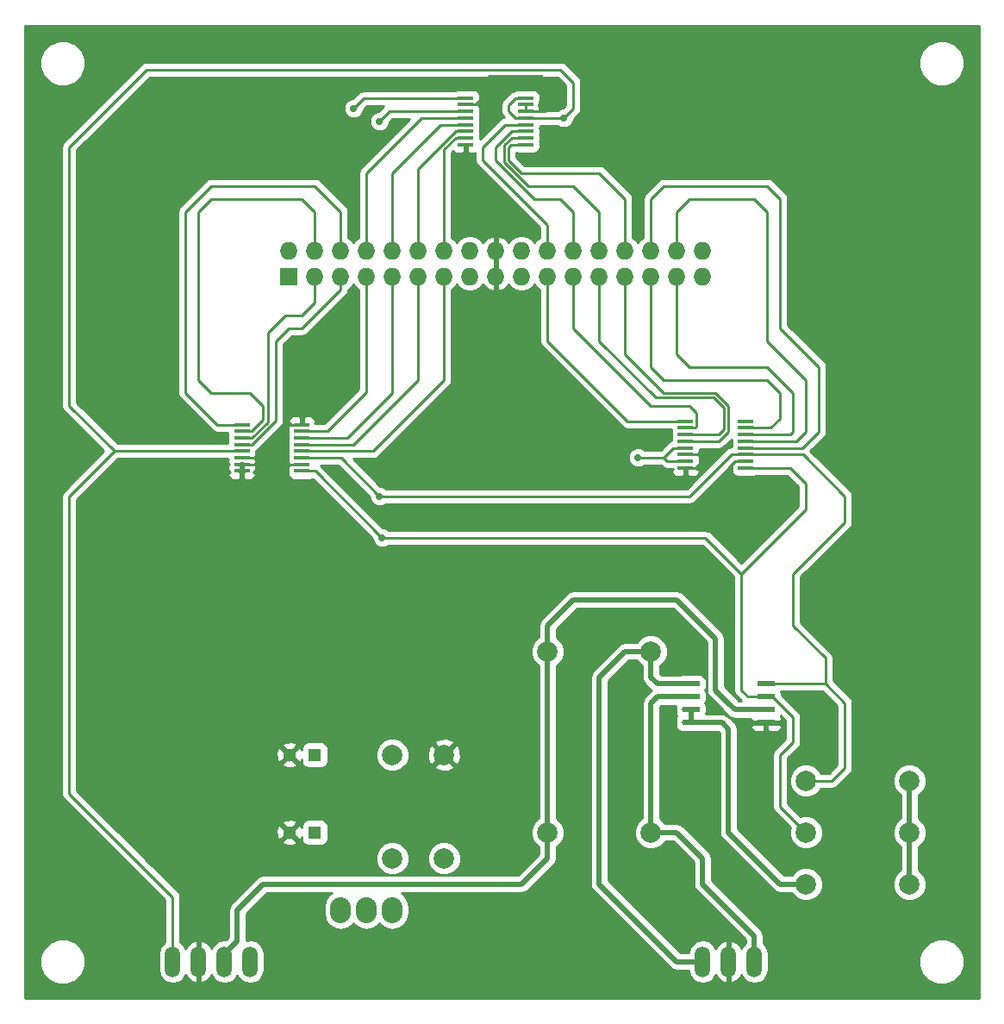
<source format=gtl>
G04 #@! TF.FileFunction,Copper,L1,Top,Signal*
%FSLAX46Y46*%
G04 Gerber Fmt 4.6, Leading zero omitted, Abs format (unit mm)*
G04 Created by KiCad (PCBNEW 4.0.7) date Wednesday, 11. April 2018 'u56' 14:56:34*
%MOMM*%
%LPD*%
G01*
G04 APERTURE LIST*
%ADD10C,0.100000*%
%ADD11C,1.998980*%
%ADD12C,1.300000*%
%ADD13R,1.300000X1.300000*%
%ADD14O,2.032000X2.540000*%
%ADD15O,1.506220X3.014980*%
%ADD16R,1.727200X1.727200*%
%ADD17O,1.727200X1.727200*%
%ADD18R,1.500000X0.450000*%
%ADD19R,1.750000X0.550000*%
%ADD20C,0.700000*%
%ADD21C,0.250000*%
%ADD22C,0.750000*%
%ADD23C,0.500000*%
%ADD24C,0.254000*%
G04 APERTURE END LIST*
D10*
D11*
X190500000Y-124460000D03*
X180340000Y-124460000D03*
D12*
X154980000Y-142240000D03*
D13*
X157480000Y-142240000D03*
D11*
X165100000Y-134620000D03*
X165100000Y-144780000D03*
D14*
X162560000Y-149860000D03*
X160020000Y-149860000D03*
X165100000Y-149860000D03*
D12*
X154980000Y-134620000D03*
D13*
X157480000Y-134620000D03*
D15*
X195580000Y-154940000D03*
X198120000Y-154940000D03*
X200660000Y-154940000D03*
X143510000Y-154940000D03*
X146050000Y-154940000D03*
X148590000Y-154940000D03*
X151130000Y-154940000D03*
D16*
X154940000Y-87630000D03*
D17*
X154940000Y-85090000D03*
X157480000Y-87630000D03*
X157480000Y-85090000D03*
X160020000Y-87630000D03*
X160020000Y-85090000D03*
X162560000Y-87630000D03*
X162560000Y-85090000D03*
X165100000Y-87630000D03*
X165100000Y-85090000D03*
X167640000Y-87630000D03*
X167640000Y-85090000D03*
X170180000Y-87630000D03*
X170180000Y-85090000D03*
X172720000Y-87630000D03*
X172720000Y-85090000D03*
X175260000Y-87630000D03*
X175260000Y-85090000D03*
X177800000Y-87630000D03*
X177800000Y-85090000D03*
X180340000Y-87630000D03*
X180340000Y-85090000D03*
X182880000Y-87630000D03*
X182880000Y-85090000D03*
X185420000Y-87630000D03*
X185420000Y-85090000D03*
X187960000Y-87630000D03*
X187960000Y-85090000D03*
X190500000Y-87630000D03*
X190500000Y-85090000D03*
X193040000Y-87630000D03*
X193040000Y-85090000D03*
X195580000Y-87630000D03*
X195580000Y-85090000D03*
D11*
X170180000Y-144780000D03*
X170180000Y-134620000D03*
X215900000Y-137160000D03*
X205740000Y-137160000D03*
X215900000Y-142240000D03*
X205740000Y-142240000D03*
X215900000Y-147320000D03*
X205740000Y-147320000D03*
D18*
X156210000Y-106740000D03*
X156210000Y-106090000D03*
X156210000Y-105440000D03*
X156210000Y-104790000D03*
X156210000Y-104140000D03*
X156210000Y-103490000D03*
X156210000Y-102840000D03*
X156210000Y-102190000D03*
X150310000Y-102190000D03*
X150310000Y-102840000D03*
X150310000Y-103490000D03*
X150310000Y-104140000D03*
X150310000Y-104790000D03*
X150310000Y-105440000D03*
X150310000Y-106090000D03*
X150310000Y-106740000D03*
X199800000Y-106415000D03*
X199800000Y-105765000D03*
X199800000Y-105115000D03*
X199800000Y-104465000D03*
X199800000Y-103815000D03*
X199800000Y-103165000D03*
X199800000Y-102515000D03*
X199800000Y-101865000D03*
X193900000Y-101865000D03*
X193900000Y-102515000D03*
X193900000Y-103165000D03*
X193900000Y-103815000D03*
X193900000Y-104465000D03*
X193900000Y-105115000D03*
X193900000Y-105765000D03*
X193900000Y-106415000D03*
X172310000Y-70115000D03*
X172310000Y-70765000D03*
X172310000Y-71415000D03*
X172310000Y-72065000D03*
X172310000Y-72715000D03*
X172310000Y-73365000D03*
X172310000Y-74015000D03*
X172310000Y-74665000D03*
X178210000Y-74665000D03*
X178210000Y-74015000D03*
X178210000Y-73365000D03*
X178210000Y-72715000D03*
X178210000Y-72065000D03*
X178210000Y-71415000D03*
X178210000Y-70765000D03*
X178210000Y-70115000D03*
D19*
X201820000Y-131445000D03*
X201820000Y-130175000D03*
X201820000Y-128905000D03*
X201820000Y-127635000D03*
X194420000Y-127635000D03*
X194420000Y-128905000D03*
X194420000Y-130175000D03*
X194420000Y-131445000D03*
D11*
X180340000Y-142240000D03*
X190500000Y-142240000D03*
D20*
X180340000Y-68580000D03*
X198120000Y-108585000D03*
X154940000Y-125730000D03*
X181935000Y-72065000D03*
X189230000Y-105410000D03*
X163830000Y-72390000D03*
X163830000Y-109220000D03*
X161290000Y-71120000D03*
X164095000Y-113295000D03*
D21*
X178210000Y-71415000D02*
X178210000Y-70765000D01*
X172310000Y-70765000D02*
X173310000Y-70765000D01*
X173990000Y-70085000D02*
X173990000Y-68580000D01*
X173990000Y-68580000D02*
X174625000Y-67945000D01*
X173310000Y-70765000D02*
X173990000Y-70085000D01*
X174625000Y-67945000D02*
X179705000Y-67945000D01*
X179705000Y-67945000D02*
X180340000Y-68580000D01*
X180340000Y-68580000D02*
X180340000Y-71120000D01*
X180340000Y-71120000D02*
X180045000Y-71415000D01*
X180045000Y-71415000D02*
X179210000Y-71415000D01*
X179210000Y-71415000D02*
X178210000Y-71415000D01*
X198120000Y-106445000D02*
X198120000Y-108585000D01*
X199800000Y-105765000D02*
X198800000Y-105765000D01*
X198800000Y-105765000D02*
X198120000Y-106445000D01*
X195580000Y-105410000D02*
X195580000Y-105735000D01*
X194900000Y-106415000D02*
X193900000Y-106415000D01*
X195580000Y-105735000D02*
X194900000Y-106415000D01*
X195285000Y-105115000D02*
X195580000Y-105410000D01*
X193900000Y-105115000D02*
X195285000Y-105115000D01*
X156210000Y-106090000D02*
X154305000Y-106090000D01*
X154305000Y-106090000D02*
X152355000Y-106090000D01*
X154350000Y-102190000D02*
X154305000Y-102235000D01*
X154305000Y-102235000D02*
X154305000Y-106090000D01*
X156210000Y-102190000D02*
X154350000Y-102190000D01*
X152355000Y-106090000D02*
X151705000Y-105440000D01*
X151705000Y-105440000D02*
X150310000Y-105440000D01*
X150310000Y-106090000D02*
X152355000Y-106090000D01*
D22*
X151130000Y-154940000D02*
X151130000Y-154185620D01*
D23*
X190500000Y-142240000D02*
X190500000Y-139700000D01*
X190500000Y-129540000D02*
X190500000Y-132080000D01*
X191135000Y-128905000D02*
X190500000Y-129540000D01*
X191135000Y-128905000D02*
X194420000Y-128905000D01*
X190500000Y-139700000D02*
X190500000Y-132080000D01*
X193820000Y-128905000D02*
X194420000Y-128905000D01*
X193040000Y-142240000D02*
X190500000Y-142240000D01*
X195580000Y-144780000D02*
X193040000Y-142240000D01*
X195580000Y-147320000D02*
X195580000Y-144780000D01*
X200660000Y-152400000D02*
X195580000Y-147320000D01*
X200660000Y-154940000D02*
X200660000Y-152400000D01*
D21*
X191770000Y-105410000D02*
X189230000Y-105410000D01*
X192715000Y-104465000D02*
X191770000Y-105410000D01*
X193900000Y-104465000D02*
X192715000Y-104465000D01*
X192125000Y-105765000D02*
X191770000Y-105410000D01*
X193900000Y-105765000D02*
X192125000Y-105765000D01*
X137810000Y-104790000D02*
X133350000Y-100330000D01*
X133350000Y-100330000D02*
X133350000Y-74930000D01*
X133350000Y-74930000D02*
X140970000Y-67310000D01*
X140970000Y-67310000D02*
X181610000Y-67310000D01*
X181610000Y-67310000D02*
X182880000Y-68580000D01*
X182880000Y-68580000D02*
X182880000Y-71120000D01*
X181935000Y-72065000D02*
X178210000Y-72065000D01*
X182880000Y-71120000D02*
X181935000Y-72065000D01*
X150310000Y-104790000D02*
X137810000Y-104790000D01*
X137810000Y-104790000D02*
X133350000Y-109250000D01*
X133350000Y-109250000D02*
X133350000Y-138430000D01*
X133350000Y-138430000D02*
X143510000Y-148590000D01*
X143510000Y-148590000D02*
X143510000Y-154940000D01*
X176530000Y-70795000D02*
X176530000Y-71385000D01*
X176530000Y-71385000D02*
X177210000Y-72065000D01*
X177210000Y-72065000D02*
X178210000Y-72065000D01*
X178210000Y-70115000D02*
X177210000Y-70115000D01*
X177210000Y-70115000D02*
X176530000Y-70795000D01*
D23*
X215900000Y-142240000D02*
X215900000Y-137160000D01*
X215900000Y-147320000D02*
X215900000Y-142240000D01*
X198120000Y-129540000D02*
X196850000Y-128270000D01*
X196850000Y-123190000D02*
X193040000Y-119380000D01*
X201820000Y-130175000D02*
X198755000Y-130175000D01*
X198755000Y-130175000D02*
X198120000Y-129540000D01*
X180340000Y-121920000D02*
X180340000Y-124460000D01*
X196850000Y-128270000D02*
X196850000Y-123190000D01*
X193040000Y-119380000D02*
X182880000Y-119380000D01*
X182880000Y-119380000D02*
X180340000Y-121920000D01*
X180340000Y-142240000D02*
X180340000Y-124460000D01*
X148590000Y-154940000D02*
X148590000Y-154185620D01*
X148590000Y-154185620D02*
X149860000Y-152915620D01*
X149860000Y-152915620D02*
X149860000Y-149860000D01*
X149860000Y-149860000D02*
X152400000Y-147320000D01*
X177800000Y-147320000D02*
X180340000Y-144780000D01*
X152400000Y-147320000D02*
X177800000Y-147320000D01*
X180340000Y-144780000D02*
X180340000Y-142240000D01*
X148590000Y-154940000D02*
X148590000Y-155694380D01*
D21*
X157480000Y-90170000D02*
X157480000Y-87630000D01*
X156210000Y-91440000D02*
X157480000Y-90170000D01*
X154570018Y-91440000D02*
X156210000Y-91440000D01*
X152850009Y-93160009D02*
X154570018Y-91440000D01*
X150310000Y-103490000D02*
X151310000Y-103490000D01*
X151310000Y-103490000D02*
X152850009Y-101949991D01*
X152850009Y-101949991D02*
X152850009Y-93160009D01*
X150310000Y-102840000D02*
X151310000Y-102840000D01*
X151310000Y-102840000D02*
X152400000Y-101750000D01*
X152400000Y-101750000D02*
X152400000Y-100330000D01*
X147320000Y-80010000D02*
X156210000Y-80010000D01*
X152400000Y-100330000D02*
X151130000Y-99060000D01*
X146050000Y-97790000D02*
X146050000Y-81280000D01*
X151130000Y-99060000D02*
X147320000Y-99060000D01*
X147320000Y-99060000D02*
X146050000Y-97790000D01*
X146050000Y-81280000D02*
X147320000Y-80010000D01*
X157480000Y-81280000D02*
X157480000Y-85090000D01*
X156210000Y-80010000D02*
X157480000Y-81280000D01*
X156210000Y-92710000D02*
X160020000Y-88900000D01*
X160020000Y-88900000D02*
X160020000Y-87630000D01*
X154940000Y-92710000D02*
X156210000Y-92710000D01*
X153670000Y-93980000D02*
X154940000Y-92710000D01*
X153670000Y-101780000D02*
X153670000Y-93980000D01*
X150310000Y-104140000D02*
X151310000Y-104140000D01*
X151310000Y-104140000D02*
X153670000Y-101780000D01*
X150310000Y-102190000D02*
X147910000Y-102190000D01*
X147910000Y-102190000D02*
X144780000Y-99060000D01*
X144780000Y-99060000D02*
X144780000Y-81280000D01*
X157480000Y-78740000D02*
X160020000Y-81280000D01*
X144780000Y-81280000D02*
X147320000Y-78740000D01*
X147320000Y-78740000D02*
X157480000Y-78740000D01*
X160020000Y-81280000D02*
X160020000Y-85090000D01*
X156210000Y-102840000D02*
X158720000Y-102840000D01*
X158720000Y-102840000D02*
X162560000Y-99000000D01*
X162560000Y-88851314D02*
X162560000Y-87630000D01*
X162560000Y-99000000D02*
X162560000Y-88851314D01*
X167965000Y-72065000D02*
X162560000Y-77470000D01*
X162560000Y-77470000D02*
X162560000Y-85090000D01*
X172310000Y-72065000D02*
X167965000Y-72065000D01*
X156210000Y-103490000D02*
X160670000Y-103490000D01*
X160670000Y-103490000D02*
X165100000Y-99060000D01*
X165100000Y-99060000D02*
X165100000Y-88851314D01*
X165100000Y-88851314D02*
X165100000Y-87630000D01*
X169855000Y-72715000D02*
X165100000Y-77470000D01*
X165100000Y-77470000D02*
X165100000Y-85090000D01*
X172310000Y-72715000D02*
X169855000Y-72715000D01*
X156210000Y-104140000D02*
X161290000Y-104140000D01*
X161290000Y-104140000D02*
X167640000Y-97790000D01*
X167640000Y-97790000D02*
X167640000Y-95250000D01*
X167640000Y-95250000D02*
X167640000Y-87630000D01*
X172310000Y-73365000D02*
X171323590Y-73365000D01*
X171323590Y-73365000D02*
X167640000Y-77048590D01*
X167640000Y-77048590D02*
X167640000Y-83868686D01*
X167640000Y-83868686D02*
X167640000Y-85090000D01*
X156210000Y-104790000D02*
X163180000Y-104790000D01*
X163180000Y-104790000D02*
X170180000Y-97790000D01*
X170180000Y-97790000D02*
X170180000Y-88851314D01*
X170180000Y-88851314D02*
X170180000Y-87630000D01*
X170180000Y-75145000D02*
X170180000Y-85090000D01*
X172310000Y-74015000D02*
X171310000Y-74015000D01*
X171310000Y-74015000D02*
X170180000Y-75145000D01*
X188225000Y-101865000D02*
X180340000Y-93980000D01*
X180340000Y-93980000D02*
X180340000Y-87630000D01*
X193900000Y-101865000D02*
X188225000Y-101865000D01*
X180340000Y-82550000D02*
X180340000Y-85090000D01*
X173990000Y-76200000D02*
X180340000Y-82550000D01*
X173990000Y-74930000D02*
X173990000Y-76200000D01*
X176205000Y-72715000D02*
X173990000Y-74930000D01*
X178210000Y-72715000D02*
X176205000Y-72715000D01*
X193900000Y-102515000D02*
X194810002Y-102515000D01*
X194975001Y-102350001D02*
X194975001Y-100995001D01*
X194810002Y-102515000D02*
X194975001Y-102350001D01*
X194975001Y-100995001D02*
X194310000Y-100330000D01*
X194310000Y-100330000D02*
X190500000Y-100330000D01*
X190500000Y-100330000D02*
X182880000Y-92710000D01*
X182880000Y-92710000D02*
X182880000Y-88851314D01*
X182880000Y-88851314D02*
X182880000Y-87630000D01*
X182880000Y-81280000D02*
X182880000Y-85090000D01*
X181610000Y-80010000D02*
X182880000Y-81280000D01*
X179067180Y-80010000D02*
X181610000Y-80010000D01*
X175260000Y-74927180D02*
X175260000Y-76202820D01*
X175260000Y-76202820D02*
X179067180Y-80010000D01*
X178210000Y-73365000D02*
X176822180Y-73365000D01*
X176822180Y-73365000D02*
X175260000Y-74927180D01*
X193900000Y-103165000D02*
X197188590Y-103165000D01*
X197188590Y-103165000D02*
X197669990Y-102683600D01*
X197669990Y-102683600D02*
X197669990Y-100516400D01*
X197669990Y-100516400D02*
X196663600Y-99510010D01*
X196663600Y-99510010D02*
X190950010Y-99510010D01*
X190950010Y-99510010D02*
X185420000Y-93980000D01*
X185420000Y-93980000D02*
X185420000Y-87630000D01*
X182880000Y-78740000D02*
X185420000Y-81280000D01*
X185420000Y-81280000D02*
X185420000Y-85090000D01*
X178433590Y-78740000D02*
X182880000Y-78740000D01*
X176079990Y-76386400D02*
X178433590Y-78740000D01*
X178210000Y-74015000D02*
X176808590Y-74015000D01*
X176808590Y-74015000D02*
X176079990Y-74743600D01*
X176079990Y-74743600D02*
X176079990Y-76386400D01*
X193900000Y-103815000D02*
X197175000Y-103815000D01*
X197175000Y-103815000D02*
X198120000Y-102870000D01*
X198120000Y-102870000D02*
X198120000Y-100330000D01*
X198120000Y-100330000D02*
X196850000Y-99060000D01*
X196850000Y-99060000D02*
X191770000Y-99060000D01*
X191770000Y-99060000D02*
X187960000Y-95250000D01*
X187960000Y-95250000D02*
X187960000Y-87630000D01*
X178210000Y-74665000D02*
X176795000Y-74665000D01*
X176530000Y-74930000D02*
X176530000Y-76200000D01*
X176530000Y-76200000D02*
X177800000Y-77470000D01*
X177800000Y-77470000D02*
X185420000Y-77470000D01*
X185420000Y-77470000D02*
X187960000Y-80010000D01*
X187960000Y-80010000D02*
X187960000Y-85090000D01*
X176795000Y-74665000D02*
X176530000Y-74930000D01*
X190500000Y-96520000D02*
X190500000Y-87630000D01*
X191770000Y-97790000D02*
X190500000Y-96520000D01*
X201930000Y-97790000D02*
X191770000Y-97790000D01*
X203200000Y-99060000D02*
X201930000Y-97790000D01*
X203200000Y-101600000D02*
X203200000Y-99060000D01*
X202285000Y-102515000D02*
X203200000Y-101600000D01*
X199800000Y-102515000D02*
X202285000Y-102515000D01*
X199800000Y-104465000D02*
X205415000Y-104465000D01*
X205415000Y-104465000D02*
X207010000Y-102870000D01*
X207010000Y-102870000D02*
X207010000Y-96520000D01*
X207010000Y-96520000D02*
X203200000Y-92710000D01*
X203200000Y-92710000D02*
X203200000Y-80010000D01*
X203200000Y-80010000D02*
X201930000Y-78740000D01*
X190500000Y-80010000D02*
X190500000Y-85090000D01*
X201930000Y-78740000D02*
X191770000Y-78740000D01*
X191770000Y-78740000D02*
X190500000Y-80010000D01*
X193040000Y-95250000D02*
X193040000Y-87630000D01*
X194310000Y-96520000D02*
X193040000Y-95250000D01*
X201930000Y-96520000D02*
X194310000Y-96520000D01*
X204470000Y-99060000D02*
X201930000Y-96520000D01*
X204470000Y-102870000D02*
X204470000Y-99060000D01*
X204175000Y-103165000D02*
X204470000Y-102870000D01*
X199800000Y-103165000D02*
X204175000Y-103165000D01*
X199800000Y-103815000D02*
X204795000Y-103815000D01*
X204795000Y-103815000D02*
X205740000Y-102870000D01*
X205740000Y-102870000D02*
X205740000Y-97790000D01*
X205740000Y-97790000D02*
X201930000Y-93980000D01*
X201930000Y-93980000D02*
X201930000Y-81280000D01*
X201930000Y-81280000D02*
X200660000Y-80010000D01*
X200660000Y-80010000D02*
X194310000Y-80010000D01*
X194310000Y-80010000D02*
X193040000Y-81280000D01*
X193040000Y-81280000D02*
X193040000Y-85090000D01*
X164805000Y-71415000D02*
X163830000Y-72390000D01*
X172310000Y-71415000D02*
X164805000Y-71415000D01*
X199800000Y-105115000D02*
X198415000Y-105115000D01*
X198415000Y-105115000D02*
X194310000Y-109220000D01*
X163830000Y-109220000D02*
X160050000Y-105440000D01*
X194310000Y-109220000D02*
X163830000Y-109220000D01*
X160050000Y-105440000D02*
X156210000Y-105440000D01*
X204470000Y-119380000D02*
X204470000Y-116840000D01*
X204470000Y-116840000D02*
X209550000Y-111760000D01*
X209550000Y-111760000D02*
X209550000Y-109220000D01*
X209550000Y-109220000D02*
X205445000Y-105115000D01*
X205445000Y-105115000D02*
X199800000Y-105115000D01*
X207645000Y-127635000D02*
X207645000Y-125095000D01*
X207645000Y-125095000D02*
X204470000Y-121920000D01*
X204470000Y-121920000D02*
X204470000Y-119380000D01*
X205740000Y-137160000D02*
X208280000Y-137160000D01*
X208280000Y-137160000D02*
X209550000Y-135890000D01*
X209550000Y-135890000D02*
X209550000Y-129540000D01*
X209550000Y-129540000D02*
X207645000Y-127635000D01*
X207645000Y-127635000D02*
X201820000Y-127635000D01*
X156210000Y-106740000D02*
X157540000Y-106740000D01*
X157540000Y-106740000D02*
X164095000Y-113295000D01*
X162295000Y-70115000D02*
X161290000Y-71120000D01*
X172310000Y-70115000D02*
X162295000Y-70115000D01*
X199390000Y-116840000D02*
X205740000Y-110490000D01*
X205740000Y-110490000D02*
X205740000Y-107950000D01*
X205740000Y-107950000D02*
X204205000Y-106415000D01*
X204205000Y-106415000D02*
X199800000Y-106415000D01*
X195845000Y-113295000D02*
X164095000Y-113295000D01*
X199390000Y-116840000D02*
X195845000Y-113295000D01*
X199390000Y-128270000D02*
X199390000Y-116840000D01*
X200025000Y-128905000D02*
X199390000Y-128270000D01*
X201820000Y-128905000D02*
X200025000Y-128905000D01*
X205740000Y-142240000D02*
X203200000Y-139700000D01*
X203200000Y-139700000D02*
X203200000Y-134620000D01*
X203200000Y-134620000D02*
X204470000Y-133350000D01*
X204470000Y-133350000D02*
X204470000Y-130955000D01*
X204470000Y-130955000D02*
X202420000Y-128905000D01*
X202420000Y-128905000D02*
X201820000Y-128905000D01*
D23*
X205740000Y-147320000D02*
X203200000Y-147320000D01*
X203200000Y-147320000D02*
X198120000Y-142240000D01*
X198120000Y-142240000D02*
X198120000Y-132080000D01*
X198120000Y-132080000D02*
X197485000Y-131445000D01*
X197485000Y-131445000D02*
X194420000Y-131445000D01*
X194420000Y-130700000D02*
X194420000Y-130175000D01*
X193820000Y-131445000D02*
X194420000Y-131445000D01*
X194420000Y-131445000D02*
X194420000Y-130175000D01*
X194420000Y-130175000D02*
X193820000Y-130175000D01*
X185420000Y-147320000D02*
X193040000Y-154940000D01*
X193040000Y-154940000D02*
X195580000Y-154940000D01*
X185420000Y-127000000D02*
X185420000Y-147320000D01*
X187960000Y-124460000D02*
X185420000Y-127000000D01*
X190500000Y-124460000D02*
X187960000Y-124460000D01*
X191135000Y-127635000D02*
X190500000Y-127000000D01*
X190500000Y-127000000D02*
X190500000Y-124460000D01*
X194420000Y-127635000D02*
X191135000Y-127635000D01*
D24*
G36*
X222758000Y-158540000D02*
X129032000Y-158540000D01*
X129032000Y-155382619D01*
X130479613Y-155382619D01*
X130819155Y-156204372D01*
X131447321Y-156833636D01*
X132268481Y-157174611D01*
X133157619Y-157175387D01*
X133979372Y-156835845D01*
X134608636Y-156207679D01*
X134949611Y-155386519D01*
X134950387Y-154497381D01*
X134610845Y-153675628D01*
X133982679Y-153046364D01*
X133161519Y-152705389D01*
X132272381Y-152704613D01*
X131450628Y-153044155D01*
X130821364Y-153672321D01*
X130480389Y-154493481D01*
X130479613Y-155382619D01*
X129032000Y-155382619D01*
X129032000Y-74930000D01*
X132590000Y-74930000D01*
X132590000Y-100330000D01*
X132647852Y-100620839D01*
X132812599Y-100867401D01*
X136735198Y-104790000D01*
X132812599Y-108712599D01*
X132647852Y-108959161D01*
X132590000Y-109250000D01*
X132590000Y-138430000D01*
X132647852Y-138720839D01*
X132812599Y-138967401D01*
X142750000Y-148904802D01*
X142750000Y-153014074D01*
X142528458Y-153162104D01*
X142227554Y-153612439D01*
X142121890Y-154143646D01*
X142121890Y-155736354D01*
X142227554Y-156267561D01*
X142528458Y-156717896D01*
X142978793Y-157018800D01*
X143510000Y-157124464D01*
X144041207Y-157018800D01*
X144491542Y-156717896D01*
X144792446Y-156267561D01*
X144793016Y-156264694D01*
X144816154Y-156342919D01*
X145158260Y-156765724D01*
X145636125Y-157025427D01*
X145708326Y-157039783D01*
X145923000Y-156917162D01*
X145923000Y-155067000D01*
X145903000Y-155067000D01*
X145903000Y-154813000D01*
X145923000Y-154813000D01*
X145923000Y-152962838D01*
X145708326Y-152840217D01*
X145636125Y-152854573D01*
X145158260Y-153114276D01*
X144816154Y-153537081D01*
X144793016Y-153615306D01*
X144792446Y-153612439D01*
X144491542Y-153162104D01*
X144270000Y-153014074D01*
X144270000Y-148590000D01*
X144212148Y-148299161D01*
X144047401Y-148052599D01*
X141098496Y-145103694D01*
X163465226Y-145103694D01*
X163713538Y-145704655D01*
X164172927Y-146164846D01*
X164773453Y-146414206D01*
X165423694Y-146414774D01*
X166024655Y-146166462D01*
X166484846Y-145707073D01*
X166734206Y-145106547D01*
X166734208Y-145103694D01*
X168545226Y-145103694D01*
X168793538Y-145704655D01*
X169252927Y-146164846D01*
X169853453Y-146414206D01*
X170503694Y-146414774D01*
X171104655Y-146166462D01*
X171564846Y-145707073D01*
X171814206Y-145106547D01*
X171814774Y-144456306D01*
X171566462Y-143855345D01*
X171107073Y-143395154D01*
X170506547Y-143145794D01*
X169856306Y-143145226D01*
X169255345Y-143393538D01*
X168795154Y-143852927D01*
X168545794Y-144453453D01*
X168545226Y-145103694D01*
X166734208Y-145103694D01*
X166734774Y-144456306D01*
X166486462Y-143855345D01*
X166027073Y-143395154D01*
X165426547Y-143145794D01*
X164776306Y-143145226D01*
X164175345Y-143393538D01*
X163715154Y-143852927D01*
X163465794Y-144453453D01*
X163465226Y-145103694D01*
X141098496Y-145103694D01*
X139133818Y-143139016D01*
X154260590Y-143139016D01*
X154316271Y-143369611D01*
X154799078Y-143537622D01*
X155309428Y-143508083D01*
X155643729Y-143369611D01*
X155699410Y-143139016D01*
X154980000Y-142419605D01*
X154260590Y-143139016D01*
X139133818Y-143139016D01*
X138053880Y-142059078D01*
X153682378Y-142059078D01*
X153711917Y-142569428D01*
X153850389Y-142903729D01*
X154080984Y-142959410D01*
X154800395Y-142240000D01*
X155159605Y-142240000D01*
X155879016Y-142959410D01*
X156109611Y-142903729D01*
X156182560Y-142694098D01*
X156182560Y-142890000D01*
X156226838Y-143125317D01*
X156365910Y-143341441D01*
X156578110Y-143486431D01*
X156830000Y-143537440D01*
X158130000Y-143537440D01*
X158365317Y-143493162D01*
X158581441Y-143354090D01*
X158726431Y-143141890D01*
X158777440Y-142890000D01*
X158777440Y-141590000D01*
X158733162Y-141354683D01*
X158594090Y-141138559D01*
X158381890Y-140993569D01*
X158130000Y-140942560D01*
X156830000Y-140942560D01*
X156594683Y-140986838D01*
X156378559Y-141125910D01*
X156233569Y-141338110D01*
X156182560Y-141590000D01*
X156182560Y-141752385D01*
X156109611Y-141576271D01*
X155879016Y-141520590D01*
X155159605Y-142240000D01*
X154800395Y-142240000D01*
X154080984Y-141520590D01*
X153850389Y-141576271D01*
X153682378Y-142059078D01*
X138053880Y-142059078D01*
X137335786Y-141340984D01*
X154260590Y-141340984D01*
X154980000Y-142060395D01*
X155699410Y-141340984D01*
X155643729Y-141110389D01*
X155160922Y-140942378D01*
X154650572Y-140971917D01*
X154316271Y-141110389D01*
X154260590Y-141340984D01*
X137335786Y-141340984D01*
X134110000Y-138115198D01*
X134110000Y-135519016D01*
X154260590Y-135519016D01*
X154316271Y-135749611D01*
X154799078Y-135917622D01*
X155309428Y-135888083D01*
X155643729Y-135749611D01*
X155699410Y-135519016D01*
X154980000Y-134799605D01*
X154260590Y-135519016D01*
X134110000Y-135519016D01*
X134110000Y-134439078D01*
X153682378Y-134439078D01*
X153711917Y-134949428D01*
X153850389Y-135283729D01*
X154080984Y-135339410D01*
X154800395Y-134620000D01*
X155159605Y-134620000D01*
X155879016Y-135339410D01*
X156109611Y-135283729D01*
X156182560Y-135074098D01*
X156182560Y-135270000D01*
X156226838Y-135505317D01*
X156365910Y-135721441D01*
X156578110Y-135866431D01*
X156830000Y-135917440D01*
X158130000Y-135917440D01*
X158365317Y-135873162D01*
X158581441Y-135734090D01*
X158726431Y-135521890D01*
X158777440Y-135270000D01*
X158777440Y-134943694D01*
X163465226Y-134943694D01*
X163713538Y-135544655D01*
X164172927Y-136004846D01*
X164773453Y-136254206D01*
X165423694Y-136254774D01*
X166024655Y-136006462D01*
X166259363Y-135772163D01*
X169207443Y-135772163D01*
X169306042Y-136038965D01*
X169915582Y-136265401D01*
X170565377Y-136241341D01*
X171053958Y-136038965D01*
X171152557Y-135772163D01*
X170180000Y-134799605D01*
X169207443Y-135772163D01*
X166259363Y-135772163D01*
X166484846Y-135547073D01*
X166734206Y-134946547D01*
X166734722Y-134355582D01*
X168534599Y-134355582D01*
X168558659Y-135005377D01*
X168761035Y-135493958D01*
X169027837Y-135592557D01*
X170000395Y-134620000D01*
X170359605Y-134620000D01*
X171332163Y-135592557D01*
X171598965Y-135493958D01*
X171825401Y-134884418D01*
X171801341Y-134234623D01*
X171598965Y-133746042D01*
X171332163Y-133647443D01*
X170359605Y-134620000D01*
X170000395Y-134620000D01*
X169027837Y-133647443D01*
X168761035Y-133746042D01*
X168534599Y-134355582D01*
X166734722Y-134355582D01*
X166734774Y-134296306D01*
X166486462Y-133695345D01*
X166259351Y-133467837D01*
X169207443Y-133467837D01*
X170180000Y-134440395D01*
X171152557Y-133467837D01*
X171053958Y-133201035D01*
X170444418Y-132974599D01*
X169794623Y-132998659D01*
X169306042Y-133201035D01*
X169207443Y-133467837D01*
X166259351Y-133467837D01*
X166027073Y-133235154D01*
X165426547Y-132985794D01*
X164776306Y-132985226D01*
X164175345Y-133233538D01*
X163715154Y-133692927D01*
X163465794Y-134293453D01*
X163465226Y-134943694D01*
X158777440Y-134943694D01*
X158777440Y-133970000D01*
X158733162Y-133734683D01*
X158594090Y-133518559D01*
X158381890Y-133373569D01*
X158130000Y-133322560D01*
X156830000Y-133322560D01*
X156594683Y-133366838D01*
X156378559Y-133505910D01*
X156233569Y-133718110D01*
X156182560Y-133970000D01*
X156182560Y-134132385D01*
X156109611Y-133956271D01*
X155879016Y-133900590D01*
X155159605Y-134620000D01*
X154800395Y-134620000D01*
X154080984Y-133900590D01*
X153850389Y-133956271D01*
X153682378Y-134439078D01*
X134110000Y-134439078D01*
X134110000Y-133720984D01*
X154260590Y-133720984D01*
X154980000Y-134440395D01*
X155699410Y-133720984D01*
X155643729Y-133490389D01*
X155160922Y-133322378D01*
X154650572Y-133351917D01*
X154316271Y-133490389D01*
X154260590Y-133720984D01*
X134110000Y-133720984D01*
X134110000Y-109564802D01*
X138124802Y-105550000D01*
X148925000Y-105550000D01*
X148925000Y-105567002D01*
X148996116Y-105567002D01*
X148944403Y-105691847D01*
X148925000Y-105711250D01*
X148925000Y-105818750D01*
X148944403Y-105838153D01*
X149021673Y-106024699D01*
X149086974Y-106090000D01*
X149021673Y-106155301D01*
X148944403Y-106341847D01*
X148925000Y-106361250D01*
X148925000Y-106468750D01*
X148944403Y-106488153D01*
X149021673Y-106674699D01*
X149199475Y-106852500D01*
X149083750Y-106852500D01*
X148925000Y-107011250D01*
X148925000Y-107091310D01*
X149021673Y-107324699D01*
X149200302Y-107503327D01*
X149433691Y-107600000D01*
X150024250Y-107600000D01*
X150183000Y-107441250D01*
X150183000Y-106852500D01*
X150121750Y-106852500D01*
X150183000Y-106791250D01*
X150183000Y-105943000D01*
X150437000Y-105943000D01*
X150437000Y-106791250D01*
X150498250Y-106852500D01*
X150437000Y-106852500D01*
X150437000Y-107441250D01*
X150595750Y-107600000D01*
X151186309Y-107600000D01*
X151419698Y-107503327D01*
X151598327Y-107324699D01*
X151695000Y-107091310D01*
X151695000Y-107011250D01*
X151536250Y-106852500D01*
X151420525Y-106852500D01*
X151598327Y-106674699D01*
X151675597Y-106488153D01*
X151695000Y-106468750D01*
X151695000Y-106361250D01*
X151675597Y-106341847D01*
X151598327Y-106155301D01*
X151533026Y-106090000D01*
X151598327Y-106024699D01*
X151675597Y-105838153D01*
X151695000Y-105818750D01*
X151695000Y-105711250D01*
X151675597Y-105691847D01*
X151598327Y-105505301D01*
X151536070Y-105443044D01*
X151656431Y-105266890D01*
X151671558Y-105192192D01*
X151695000Y-105168750D01*
X151695000Y-105088690D01*
X151693333Y-105084665D01*
X151707440Y-105015000D01*
X151707440Y-104770920D01*
X151847401Y-104677401D01*
X154207401Y-102317401D01*
X154372148Y-102070839D01*
X154430000Y-101780000D01*
X154430000Y-94294802D01*
X155254802Y-93470000D01*
X156210000Y-93470000D01*
X156500839Y-93412148D01*
X156747401Y-93247401D01*
X160557401Y-89437401D01*
X160722148Y-89190839D01*
X160777816Y-88910980D01*
X161109029Y-88689670D01*
X161290000Y-88418828D01*
X161470971Y-88689670D01*
X161800000Y-88909520D01*
X161800000Y-98685198D01*
X158405198Y-102080000D01*
X157595000Y-102080000D01*
X157595000Y-102062998D01*
X157450752Y-102062998D01*
X157595000Y-101918750D01*
X157595000Y-101838690D01*
X157498327Y-101605301D01*
X157319698Y-101426673D01*
X157086309Y-101330000D01*
X156495750Y-101330000D01*
X156337000Y-101488750D01*
X156337000Y-101967560D01*
X156083000Y-101967560D01*
X156083000Y-101488750D01*
X155924250Y-101330000D01*
X155333691Y-101330000D01*
X155100302Y-101426673D01*
X154921673Y-101605301D01*
X154825000Y-101838690D01*
X154825000Y-101918750D01*
X154983750Y-102077500D01*
X155122641Y-102077500D01*
X155008559Y-102150910D01*
X154863569Y-102363110D01*
X154848442Y-102437808D01*
X154825000Y-102461250D01*
X154825000Y-102541310D01*
X154826667Y-102545335D01*
X154812560Y-102615000D01*
X154812560Y-103065000D01*
X154832067Y-103168671D01*
X154812560Y-103265000D01*
X154812560Y-103715000D01*
X154832067Y-103818671D01*
X154812560Y-103915000D01*
X154812560Y-104365000D01*
X154832067Y-104468671D01*
X154812560Y-104565000D01*
X154812560Y-105015000D01*
X154832067Y-105118671D01*
X154812560Y-105215000D01*
X154812560Y-105665000D01*
X154825980Y-105736323D01*
X154825000Y-105738690D01*
X154825000Y-105818750D01*
X154845312Y-105839062D01*
X154856838Y-105900317D01*
X154980329Y-106092227D01*
X154863569Y-106263110D01*
X154848442Y-106337808D01*
X154825000Y-106361250D01*
X154825000Y-106441310D01*
X154826667Y-106445335D01*
X154812560Y-106515000D01*
X154812560Y-106965000D01*
X154856838Y-107200317D01*
X154995910Y-107416441D01*
X155208110Y-107561431D01*
X155460000Y-107612440D01*
X156960000Y-107612440D01*
X157195317Y-107568162D01*
X157254973Y-107529775D01*
X163109922Y-113384724D01*
X163109830Y-113490069D01*
X163259471Y-113852229D01*
X163536314Y-114129555D01*
X163898212Y-114279828D01*
X164290069Y-114280170D01*
X164652229Y-114130529D01*
X164727890Y-114055000D01*
X195530198Y-114055000D01*
X198630000Y-117154802D01*
X198630000Y-128270000D01*
X198687852Y-128560839D01*
X198852599Y-128807401D01*
X199335198Y-129290000D01*
X199121579Y-129290000D01*
X198745790Y-128914210D01*
X198745787Y-128914208D01*
X197735000Y-127903420D01*
X197735000Y-123190005D01*
X197735001Y-123190000D01*
X197667633Y-122851326D01*
X197667633Y-122851325D01*
X197475790Y-122564210D01*
X197475787Y-122564208D01*
X193665790Y-118754210D01*
X193378675Y-118562367D01*
X193322484Y-118551190D01*
X193040000Y-118494999D01*
X193039995Y-118495000D01*
X182880000Y-118495000D01*
X182541325Y-118562367D01*
X182254210Y-118754210D01*
X182254208Y-118754213D01*
X179714210Y-121294210D01*
X179522367Y-121581325D01*
X179522367Y-121581326D01*
X179454999Y-121920000D01*
X179455000Y-121920005D01*
X179455000Y-123057153D01*
X179415345Y-123073538D01*
X178955154Y-123532927D01*
X178705794Y-124133453D01*
X178705226Y-124783694D01*
X178953538Y-125384655D01*
X179412927Y-125844846D01*
X179455000Y-125862316D01*
X179455000Y-140837153D01*
X179415345Y-140853538D01*
X178955154Y-141312927D01*
X178705794Y-141913453D01*
X178705226Y-142563694D01*
X178953538Y-143164655D01*
X179412927Y-143624846D01*
X179455000Y-143642316D01*
X179455000Y-144413421D01*
X177433420Y-146435000D01*
X152400000Y-146435000D01*
X152061325Y-146502367D01*
X151774210Y-146694210D01*
X151774208Y-146694213D01*
X149234210Y-149234210D01*
X149042367Y-149521325D01*
X149042367Y-149521326D01*
X148974999Y-149860000D01*
X148975000Y-149860005D01*
X148975000Y-152549041D01*
X148738889Y-152785152D01*
X148590000Y-152755536D01*
X148058793Y-152861200D01*
X147608458Y-153162104D01*
X147307554Y-153612439D01*
X147306984Y-153615306D01*
X147283846Y-153537081D01*
X146941740Y-153114276D01*
X146463875Y-152854573D01*
X146391674Y-152840217D01*
X146177000Y-152962838D01*
X146177000Y-154813000D01*
X146197000Y-154813000D01*
X146197000Y-155067000D01*
X146177000Y-155067000D01*
X146177000Y-156917162D01*
X146391674Y-157039783D01*
X146463875Y-157025427D01*
X146941740Y-156765724D01*
X147283846Y-156342919D01*
X147306984Y-156264694D01*
X147307554Y-156267561D01*
X147608458Y-156717896D01*
X148058793Y-157018800D01*
X148590000Y-157124464D01*
X149121207Y-157018800D01*
X149571542Y-156717896D01*
X149860000Y-156286188D01*
X150148458Y-156717896D01*
X150598793Y-157018800D01*
X151130000Y-157124464D01*
X151661207Y-157018800D01*
X152111542Y-156717896D01*
X152412446Y-156267561D01*
X152518110Y-155736354D01*
X152518110Y-154143646D01*
X152412446Y-153612439D01*
X152111542Y-153162104D01*
X151661207Y-152861200D01*
X151130000Y-152755536D01*
X150745000Y-152832118D01*
X150745000Y-150226580D01*
X152766579Y-148205000D01*
X159146270Y-148205000D01*
X158852567Y-148401246D01*
X158494675Y-148936869D01*
X158369000Y-149568679D01*
X158369000Y-150151321D01*
X158494675Y-150783131D01*
X158852567Y-151318754D01*
X159388190Y-151676646D01*
X160020000Y-151802321D01*
X160651810Y-151676646D01*
X161187433Y-151318754D01*
X161290000Y-151165252D01*
X161392567Y-151318754D01*
X161928190Y-151676646D01*
X162560000Y-151802321D01*
X163191810Y-151676646D01*
X163727433Y-151318754D01*
X163830000Y-151165252D01*
X163932567Y-151318754D01*
X164468190Y-151676646D01*
X165100000Y-151802321D01*
X165731810Y-151676646D01*
X166267433Y-151318754D01*
X166625325Y-150783131D01*
X166751000Y-150151321D01*
X166751000Y-149568679D01*
X166625325Y-148936869D01*
X166267433Y-148401246D01*
X165973730Y-148205000D01*
X177799995Y-148205000D01*
X177800000Y-148205001D01*
X178082484Y-148148810D01*
X178138675Y-148137633D01*
X178425790Y-147945790D01*
X180965787Y-145405792D01*
X180965790Y-145405790D01*
X181157633Y-145118675D01*
X181225000Y-144780000D01*
X181225000Y-143642847D01*
X181264655Y-143626462D01*
X181724846Y-143167073D01*
X181974206Y-142566547D01*
X181974774Y-141916306D01*
X181726462Y-141315345D01*
X181267073Y-140855154D01*
X181225000Y-140837684D01*
X181225000Y-127000000D01*
X184534999Y-127000000D01*
X184535000Y-127000005D01*
X184535000Y-147319995D01*
X184534999Y-147320000D01*
X184591190Y-147602484D01*
X184602367Y-147658675D01*
X184716842Y-147830000D01*
X184794210Y-147945790D01*
X192414208Y-155565787D01*
X192414210Y-155565790D01*
X192701325Y-155757633D01*
X193040000Y-155825000D01*
X194209523Y-155825000D01*
X194297554Y-156267561D01*
X194598458Y-156717896D01*
X195048793Y-157018800D01*
X195580000Y-157124464D01*
X196111207Y-157018800D01*
X196561542Y-156717896D01*
X196862446Y-156267561D01*
X196863016Y-156264694D01*
X196886154Y-156342919D01*
X197228260Y-156765724D01*
X197706125Y-157025427D01*
X197778326Y-157039783D01*
X197993000Y-156917162D01*
X197993000Y-155067000D01*
X197973000Y-155067000D01*
X197973000Y-154813000D01*
X197993000Y-154813000D01*
X197993000Y-152962838D01*
X197778326Y-152840217D01*
X197706125Y-152854573D01*
X197228260Y-153114276D01*
X196886154Y-153537081D01*
X196863016Y-153615306D01*
X196862446Y-153612439D01*
X196561542Y-153162104D01*
X196111207Y-152861200D01*
X195580000Y-152755536D01*
X195048793Y-152861200D01*
X194598458Y-153162104D01*
X194297554Y-153612439D01*
X194209523Y-154055000D01*
X193406579Y-154055000D01*
X186305000Y-146953420D01*
X186305000Y-127366580D01*
X188326579Y-125345000D01*
X189097153Y-125345000D01*
X189113538Y-125384655D01*
X189572927Y-125844846D01*
X189615000Y-125862316D01*
X189615000Y-126999995D01*
X189614999Y-127000000D01*
X189639801Y-127124683D01*
X189682367Y-127338675D01*
X189796842Y-127510000D01*
X189874210Y-127625790D01*
X190509208Y-128260787D01*
X190509210Y-128260790D01*
X190522994Y-128270000D01*
X190509210Y-128279210D01*
X190509208Y-128279213D01*
X189874210Y-128914210D01*
X189682367Y-129201325D01*
X189682367Y-129201326D01*
X189614999Y-129540000D01*
X189615000Y-129540005D01*
X189615000Y-140837153D01*
X189575345Y-140853538D01*
X189115154Y-141312927D01*
X188865794Y-141913453D01*
X188865226Y-142563694D01*
X189113538Y-143164655D01*
X189572927Y-143624846D01*
X190173453Y-143874206D01*
X190823694Y-143874774D01*
X191424655Y-143626462D01*
X191884846Y-143167073D01*
X191902316Y-143125000D01*
X192673420Y-143125000D01*
X194695000Y-145146579D01*
X194695000Y-147319995D01*
X194694999Y-147320000D01*
X194751190Y-147602484D01*
X194762367Y-147658675D01*
X194876842Y-147830000D01*
X194954210Y-147945790D01*
X199775000Y-152766579D01*
X199775000Y-153097597D01*
X199678458Y-153162104D01*
X199377554Y-153612439D01*
X199376984Y-153615306D01*
X199353846Y-153537081D01*
X199011740Y-153114276D01*
X198533875Y-152854573D01*
X198461674Y-152840217D01*
X198247000Y-152962838D01*
X198247000Y-154813000D01*
X198267000Y-154813000D01*
X198267000Y-155067000D01*
X198247000Y-155067000D01*
X198247000Y-156917162D01*
X198461674Y-157039783D01*
X198533875Y-157025427D01*
X199011740Y-156765724D01*
X199353846Y-156342919D01*
X199376984Y-156264694D01*
X199377554Y-156267561D01*
X199678458Y-156717896D01*
X200128793Y-157018800D01*
X200660000Y-157124464D01*
X201191207Y-157018800D01*
X201641542Y-156717896D01*
X201942446Y-156267561D01*
X202048110Y-155736354D01*
X202048110Y-155382619D01*
X216839613Y-155382619D01*
X217179155Y-156204372D01*
X217807321Y-156833636D01*
X218628481Y-157174611D01*
X219517619Y-157175387D01*
X220339372Y-156835845D01*
X220968636Y-156207679D01*
X221309611Y-155386519D01*
X221310387Y-154497381D01*
X220970845Y-153675628D01*
X220342679Y-153046364D01*
X219521519Y-152705389D01*
X218632381Y-152704613D01*
X217810628Y-153044155D01*
X217181364Y-153672321D01*
X216840389Y-154493481D01*
X216839613Y-155382619D01*
X202048110Y-155382619D01*
X202048110Y-154143646D01*
X201942446Y-153612439D01*
X201641542Y-153162104D01*
X201545000Y-153097597D01*
X201545000Y-152400005D01*
X201545001Y-152400000D01*
X201488810Y-152117516D01*
X201477633Y-152061325D01*
X201285790Y-151774210D01*
X201285787Y-151774208D01*
X196465000Y-146953420D01*
X196465000Y-144780000D01*
X196397633Y-144441325D01*
X196205790Y-144154210D01*
X196205787Y-144154208D01*
X193665790Y-141614210D01*
X193609010Y-141576271D01*
X193378675Y-141422367D01*
X193322484Y-141411190D01*
X193040000Y-141354999D01*
X193039995Y-141355000D01*
X191902847Y-141355000D01*
X191886462Y-141315345D01*
X191427073Y-140855154D01*
X191385000Y-140837684D01*
X191385000Y-129906580D01*
X191501579Y-129790000D01*
X192919836Y-129790000D01*
X192897560Y-129900000D01*
X192897560Y-130450000D01*
X192941838Y-130685317D01*
X193022248Y-130810277D01*
X192948569Y-130918110D01*
X192897560Y-131170000D01*
X192897560Y-131720000D01*
X192941838Y-131955317D01*
X193080910Y-132171441D01*
X193293110Y-132316431D01*
X193545000Y-132367440D01*
X195295000Y-132367440D01*
X195493976Y-132330000D01*
X197118420Y-132330000D01*
X197235000Y-132446579D01*
X197235000Y-142239995D01*
X197234999Y-142240000D01*
X197291190Y-142522484D01*
X197302367Y-142578675D01*
X197435151Y-142777401D01*
X197494210Y-142865790D01*
X202574208Y-147945787D01*
X202574210Y-147945790D01*
X202861325Y-148137633D01*
X202917516Y-148148810D01*
X203200000Y-148205001D01*
X203200005Y-148205000D01*
X204337153Y-148205000D01*
X204353538Y-148244655D01*
X204812927Y-148704846D01*
X205413453Y-148954206D01*
X206063694Y-148954774D01*
X206664655Y-148706462D01*
X207124846Y-148247073D01*
X207374206Y-147646547D01*
X207374774Y-146996306D01*
X207126462Y-146395345D01*
X206667073Y-145935154D01*
X206066547Y-145685794D01*
X205416306Y-145685226D01*
X204815345Y-145933538D01*
X204355154Y-146392927D01*
X204337684Y-146435000D01*
X203566579Y-146435000D01*
X199005000Y-141873420D01*
X199005000Y-132080005D01*
X199005001Y-132080000D01*
X198937634Y-131741326D01*
X198930568Y-131730750D01*
X200310000Y-131730750D01*
X200310000Y-131846310D01*
X200406673Y-132079699D01*
X200585302Y-132258327D01*
X200818691Y-132355000D01*
X201534250Y-132355000D01*
X201693000Y-132196250D01*
X201693000Y-131572000D01*
X201947000Y-131572000D01*
X201947000Y-132196250D01*
X202105750Y-132355000D01*
X202821309Y-132355000D01*
X203054698Y-132258327D01*
X203233327Y-132079699D01*
X203330000Y-131846310D01*
X203330000Y-131730750D01*
X203171250Y-131572000D01*
X201947000Y-131572000D01*
X201693000Y-131572000D01*
X200468750Y-131572000D01*
X200310000Y-131730750D01*
X198930568Y-131730750D01*
X198873975Y-131646054D01*
X198745790Y-131454210D01*
X198745787Y-131454208D01*
X198110790Y-130819210D01*
X197960154Y-130718559D01*
X197823675Y-130627367D01*
X197767484Y-130616190D01*
X197485000Y-130559999D01*
X197484995Y-130560000D01*
X195920164Y-130560000D01*
X195942440Y-130450000D01*
X195942440Y-129900000D01*
X195898162Y-129664683D01*
X195817752Y-129539723D01*
X195891431Y-129431890D01*
X195942440Y-129180000D01*
X195942440Y-128630000D01*
X195898162Y-128394683D01*
X195817752Y-128269723D01*
X195891431Y-128161890D01*
X195942440Y-127910000D01*
X195942440Y-127360000D01*
X195898162Y-127124683D01*
X195759090Y-126908559D01*
X195546890Y-126763569D01*
X195295000Y-126712560D01*
X193545000Y-126712560D01*
X193346024Y-126750000D01*
X191501579Y-126750000D01*
X191385000Y-126633420D01*
X191385000Y-125862847D01*
X191424655Y-125846462D01*
X191884846Y-125387073D01*
X192134206Y-124786547D01*
X192134774Y-124136306D01*
X191886462Y-123535345D01*
X191427073Y-123075154D01*
X190826547Y-122825794D01*
X190176306Y-122825226D01*
X189575345Y-123073538D01*
X189115154Y-123532927D01*
X189097684Y-123575000D01*
X187960000Y-123575000D01*
X187621325Y-123642367D01*
X187334210Y-123834210D01*
X187334208Y-123834213D01*
X184794210Y-126374210D01*
X184602367Y-126661325D01*
X184602367Y-126661326D01*
X184534999Y-127000000D01*
X181225000Y-127000000D01*
X181225000Y-125862847D01*
X181264655Y-125846462D01*
X181724846Y-125387073D01*
X181974206Y-124786547D01*
X181974774Y-124136306D01*
X181726462Y-123535345D01*
X181267073Y-123075154D01*
X181225000Y-123057684D01*
X181225000Y-122286580D01*
X183246579Y-120265000D01*
X192673420Y-120265000D01*
X195965000Y-123556579D01*
X195965000Y-128269995D01*
X195964999Y-128270000D01*
X196021190Y-128552484D01*
X196032367Y-128608675D01*
X196146842Y-128780000D01*
X196224210Y-128895790D01*
X197494208Y-130165787D01*
X197494210Y-130165790D01*
X198129208Y-130800787D01*
X198129210Y-130800790D01*
X198304793Y-130918110D01*
X198416326Y-130992634D01*
X198755000Y-131060001D01*
X198755005Y-131060000D01*
X200310000Y-131060000D01*
X200310000Y-131159250D01*
X200468750Y-131318000D01*
X201693000Y-131318000D01*
X201693000Y-131298000D01*
X201947000Y-131298000D01*
X201947000Y-131318000D01*
X203171250Y-131318000D01*
X203330000Y-131159250D01*
X203330000Y-131043690D01*
X203233327Y-130810301D01*
X203223839Y-130800814D01*
X203230810Y-130790612D01*
X203710000Y-131269802D01*
X203710000Y-133035198D01*
X202662599Y-134082599D01*
X202497852Y-134329161D01*
X202440000Y-134620000D01*
X202440000Y-139700000D01*
X202497852Y-139990839D01*
X202662599Y-140237401D01*
X204174115Y-141748917D01*
X204105794Y-141913453D01*
X204105226Y-142563694D01*
X204353538Y-143164655D01*
X204812927Y-143624846D01*
X205413453Y-143874206D01*
X206063694Y-143874774D01*
X206664655Y-143626462D01*
X207124846Y-143167073D01*
X207374206Y-142566547D01*
X207374774Y-141916306D01*
X207126462Y-141315345D01*
X206667073Y-140855154D01*
X206066547Y-140605794D01*
X205416306Y-140605226D01*
X205249111Y-140674309D01*
X203960000Y-139385198D01*
X203960000Y-134934802D01*
X205007401Y-133887401D01*
X205172148Y-133640840D01*
X205230000Y-133350000D01*
X205230000Y-130955000D01*
X205172148Y-130664161D01*
X205007401Y-130417599D01*
X203342440Y-128752638D01*
X203342440Y-128630000D01*
X203298222Y-128395000D01*
X207330198Y-128395000D01*
X208790000Y-129854802D01*
X208790000Y-135575198D01*
X207965198Y-136400000D01*
X207194496Y-136400000D01*
X207126462Y-136235345D01*
X206667073Y-135775154D01*
X206066547Y-135525794D01*
X205416306Y-135525226D01*
X204815345Y-135773538D01*
X204355154Y-136232927D01*
X204105794Y-136833453D01*
X204105226Y-137483694D01*
X204353538Y-138084655D01*
X204812927Y-138544846D01*
X205413453Y-138794206D01*
X206063694Y-138794774D01*
X206664655Y-138546462D01*
X207124846Y-138087073D01*
X207194221Y-137920000D01*
X208280000Y-137920000D01*
X208570839Y-137862148D01*
X208817401Y-137697401D01*
X209031108Y-137483694D01*
X214265226Y-137483694D01*
X214513538Y-138084655D01*
X214972927Y-138544846D01*
X215015000Y-138562316D01*
X215015000Y-140837153D01*
X214975345Y-140853538D01*
X214515154Y-141312927D01*
X214265794Y-141913453D01*
X214265226Y-142563694D01*
X214513538Y-143164655D01*
X214972927Y-143624846D01*
X215015000Y-143642316D01*
X215015000Y-145917153D01*
X214975345Y-145933538D01*
X214515154Y-146392927D01*
X214265794Y-146993453D01*
X214265226Y-147643694D01*
X214513538Y-148244655D01*
X214972927Y-148704846D01*
X215573453Y-148954206D01*
X216223694Y-148954774D01*
X216824655Y-148706462D01*
X217284846Y-148247073D01*
X217534206Y-147646547D01*
X217534774Y-146996306D01*
X217286462Y-146395345D01*
X216827073Y-145935154D01*
X216785000Y-145917684D01*
X216785000Y-143642847D01*
X216824655Y-143626462D01*
X217284846Y-143167073D01*
X217534206Y-142566547D01*
X217534774Y-141916306D01*
X217286462Y-141315345D01*
X216827073Y-140855154D01*
X216785000Y-140837684D01*
X216785000Y-138562847D01*
X216824655Y-138546462D01*
X217284846Y-138087073D01*
X217534206Y-137486547D01*
X217534774Y-136836306D01*
X217286462Y-136235345D01*
X216827073Y-135775154D01*
X216226547Y-135525794D01*
X215576306Y-135525226D01*
X214975345Y-135773538D01*
X214515154Y-136232927D01*
X214265794Y-136833453D01*
X214265226Y-137483694D01*
X209031108Y-137483694D01*
X210087401Y-136427401D01*
X210252148Y-136180840D01*
X210310000Y-135890000D01*
X210310000Y-129540000D01*
X210252148Y-129249161D01*
X210087401Y-129002599D01*
X208405000Y-127320198D01*
X208405000Y-125095000D01*
X208347148Y-124804161D01*
X208182401Y-124557599D01*
X205230000Y-121605198D01*
X205230000Y-117154802D01*
X210087401Y-112297401D01*
X210252148Y-112050839D01*
X210310000Y-111760000D01*
X210310000Y-109220000D01*
X210252148Y-108929161D01*
X210087401Y-108682599D01*
X206179802Y-104775000D01*
X207547401Y-103407401D01*
X207712148Y-103160839D01*
X207770000Y-102870000D01*
X207770000Y-96520000D01*
X207712148Y-96229161D01*
X207547401Y-95982599D01*
X203960000Y-92395198D01*
X203960000Y-80010000D01*
X203902148Y-79719161D01*
X203902148Y-79719160D01*
X203737401Y-79472599D01*
X202467401Y-78202599D01*
X202220839Y-78037852D01*
X201930000Y-77980000D01*
X191770000Y-77980000D01*
X191479160Y-78037852D01*
X191232599Y-78202599D01*
X189962599Y-79472599D01*
X189797852Y-79719161D01*
X189740000Y-80010000D01*
X189740000Y-83810480D01*
X189410971Y-84030330D01*
X189230000Y-84301172D01*
X189049029Y-84030330D01*
X188720000Y-83810480D01*
X188720000Y-80010000D01*
X188662148Y-79719161D01*
X188662148Y-79719160D01*
X188497401Y-79472599D01*
X185957401Y-76932599D01*
X185710839Y-76767852D01*
X185420000Y-76710000D01*
X178114802Y-76710000D01*
X177290000Y-75885198D01*
X177290000Y-75503014D01*
X177460000Y-75537440D01*
X178960000Y-75537440D01*
X179195317Y-75493162D01*
X179411441Y-75354090D01*
X179556431Y-75141890D01*
X179607440Y-74890000D01*
X179607440Y-74440000D01*
X179587933Y-74336329D01*
X179607440Y-74240000D01*
X179607440Y-73790000D01*
X179587933Y-73686329D01*
X179607440Y-73590000D01*
X179607440Y-73140000D01*
X179587933Y-73036329D01*
X179607440Y-72940000D01*
X179607440Y-72825000D01*
X181301889Y-72825000D01*
X181376314Y-72899555D01*
X181738212Y-73049828D01*
X182130069Y-73050170D01*
X182492229Y-72900529D01*
X182769555Y-72623686D01*
X182919828Y-72261788D01*
X182919921Y-72154881D01*
X183417401Y-71657401D01*
X183582148Y-71410839D01*
X183640000Y-71120000D01*
X183640000Y-68580000D01*
X183582148Y-68289161D01*
X183582148Y-68289160D01*
X183417401Y-68042599D01*
X182492421Y-67117619D01*
X216839613Y-67117619D01*
X217179155Y-67939372D01*
X217807321Y-68568636D01*
X218628481Y-68909611D01*
X219517619Y-68910387D01*
X220339372Y-68570845D01*
X220968636Y-67942679D01*
X221309611Y-67121519D01*
X221310387Y-66232381D01*
X220970845Y-65410628D01*
X220342679Y-64781364D01*
X219521519Y-64440389D01*
X218632381Y-64439613D01*
X217810628Y-64779155D01*
X217181364Y-65407321D01*
X216840389Y-66228481D01*
X216839613Y-67117619D01*
X182492421Y-67117619D01*
X182147401Y-66772599D01*
X181900839Y-66607852D01*
X181610000Y-66550000D01*
X140970000Y-66550000D01*
X140679160Y-66607852D01*
X140432599Y-66772599D01*
X132812599Y-74392599D01*
X132647852Y-74639161D01*
X132590000Y-74930000D01*
X129032000Y-74930000D01*
X129032000Y-67117619D01*
X130479613Y-67117619D01*
X130819155Y-67939372D01*
X131447321Y-68568636D01*
X132268481Y-68909611D01*
X133157619Y-68910387D01*
X133979372Y-68570845D01*
X134608636Y-67942679D01*
X134949611Y-67121519D01*
X134950387Y-66232381D01*
X134610845Y-65410628D01*
X133982679Y-64781364D01*
X133161519Y-64440389D01*
X132272381Y-64439613D01*
X131450628Y-64779155D01*
X130821364Y-65407321D01*
X130480389Y-66228481D01*
X130479613Y-67117619D01*
X129032000Y-67117619D01*
X129032000Y-62992000D01*
X222758000Y-62992000D01*
X222758000Y-158540000D01*
X222758000Y-158540000D01*
G37*
X222758000Y-158540000D02*
X129032000Y-158540000D01*
X129032000Y-155382619D01*
X130479613Y-155382619D01*
X130819155Y-156204372D01*
X131447321Y-156833636D01*
X132268481Y-157174611D01*
X133157619Y-157175387D01*
X133979372Y-156835845D01*
X134608636Y-156207679D01*
X134949611Y-155386519D01*
X134950387Y-154497381D01*
X134610845Y-153675628D01*
X133982679Y-153046364D01*
X133161519Y-152705389D01*
X132272381Y-152704613D01*
X131450628Y-153044155D01*
X130821364Y-153672321D01*
X130480389Y-154493481D01*
X130479613Y-155382619D01*
X129032000Y-155382619D01*
X129032000Y-74930000D01*
X132590000Y-74930000D01*
X132590000Y-100330000D01*
X132647852Y-100620839D01*
X132812599Y-100867401D01*
X136735198Y-104790000D01*
X132812599Y-108712599D01*
X132647852Y-108959161D01*
X132590000Y-109250000D01*
X132590000Y-138430000D01*
X132647852Y-138720839D01*
X132812599Y-138967401D01*
X142750000Y-148904802D01*
X142750000Y-153014074D01*
X142528458Y-153162104D01*
X142227554Y-153612439D01*
X142121890Y-154143646D01*
X142121890Y-155736354D01*
X142227554Y-156267561D01*
X142528458Y-156717896D01*
X142978793Y-157018800D01*
X143510000Y-157124464D01*
X144041207Y-157018800D01*
X144491542Y-156717896D01*
X144792446Y-156267561D01*
X144793016Y-156264694D01*
X144816154Y-156342919D01*
X145158260Y-156765724D01*
X145636125Y-157025427D01*
X145708326Y-157039783D01*
X145923000Y-156917162D01*
X145923000Y-155067000D01*
X145903000Y-155067000D01*
X145903000Y-154813000D01*
X145923000Y-154813000D01*
X145923000Y-152962838D01*
X145708326Y-152840217D01*
X145636125Y-152854573D01*
X145158260Y-153114276D01*
X144816154Y-153537081D01*
X144793016Y-153615306D01*
X144792446Y-153612439D01*
X144491542Y-153162104D01*
X144270000Y-153014074D01*
X144270000Y-148590000D01*
X144212148Y-148299161D01*
X144047401Y-148052599D01*
X141098496Y-145103694D01*
X163465226Y-145103694D01*
X163713538Y-145704655D01*
X164172927Y-146164846D01*
X164773453Y-146414206D01*
X165423694Y-146414774D01*
X166024655Y-146166462D01*
X166484846Y-145707073D01*
X166734206Y-145106547D01*
X166734208Y-145103694D01*
X168545226Y-145103694D01*
X168793538Y-145704655D01*
X169252927Y-146164846D01*
X169853453Y-146414206D01*
X170503694Y-146414774D01*
X171104655Y-146166462D01*
X171564846Y-145707073D01*
X171814206Y-145106547D01*
X171814774Y-144456306D01*
X171566462Y-143855345D01*
X171107073Y-143395154D01*
X170506547Y-143145794D01*
X169856306Y-143145226D01*
X169255345Y-143393538D01*
X168795154Y-143852927D01*
X168545794Y-144453453D01*
X168545226Y-145103694D01*
X166734208Y-145103694D01*
X166734774Y-144456306D01*
X166486462Y-143855345D01*
X166027073Y-143395154D01*
X165426547Y-143145794D01*
X164776306Y-143145226D01*
X164175345Y-143393538D01*
X163715154Y-143852927D01*
X163465794Y-144453453D01*
X163465226Y-145103694D01*
X141098496Y-145103694D01*
X139133818Y-143139016D01*
X154260590Y-143139016D01*
X154316271Y-143369611D01*
X154799078Y-143537622D01*
X155309428Y-143508083D01*
X155643729Y-143369611D01*
X155699410Y-143139016D01*
X154980000Y-142419605D01*
X154260590Y-143139016D01*
X139133818Y-143139016D01*
X138053880Y-142059078D01*
X153682378Y-142059078D01*
X153711917Y-142569428D01*
X153850389Y-142903729D01*
X154080984Y-142959410D01*
X154800395Y-142240000D01*
X155159605Y-142240000D01*
X155879016Y-142959410D01*
X156109611Y-142903729D01*
X156182560Y-142694098D01*
X156182560Y-142890000D01*
X156226838Y-143125317D01*
X156365910Y-143341441D01*
X156578110Y-143486431D01*
X156830000Y-143537440D01*
X158130000Y-143537440D01*
X158365317Y-143493162D01*
X158581441Y-143354090D01*
X158726431Y-143141890D01*
X158777440Y-142890000D01*
X158777440Y-141590000D01*
X158733162Y-141354683D01*
X158594090Y-141138559D01*
X158381890Y-140993569D01*
X158130000Y-140942560D01*
X156830000Y-140942560D01*
X156594683Y-140986838D01*
X156378559Y-141125910D01*
X156233569Y-141338110D01*
X156182560Y-141590000D01*
X156182560Y-141752385D01*
X156109611Y-141576271D01*
X155879016Y-141520590D01*
X155159605Y-142240000D01*
X154800395Y-142240000D01*
X154080984Y-141520590D01*
X153850389Y-141576271D01*
X153682378Y-142059078D01*
X138053880Y-142059078D01*
X137335786Y-141340984D01*
X154260590Y-141340984D01*
X154980000Y-142060395D01*
X155699410Y-141340984D01*
X155643729Y-141110389D01*
X155160922Y-140942378D01*
X154650572Y-140971917D01*
X154316271Y-141110389D01*
X154260590Y-141340984D01*
X137335786Y-141340984D01*
X134110000Y-138115198D01*
X134110000Y-135519016D01*
X154260590Y-135519016D01*
X154316271Y-135749611D01*
X154799078Y-135917622D01*
X155309428Y-135888083D01*
X155643729Y-135749611D01*
X155699410Y-135519016D01*
X154980000Y-134799605D01*
X154260590Y-135519016D01*
X134110000Y-135519016D01*
X134110000Y-134439078D01*
X153682378Y-134439078D01*
X153711917Y-134949428D01*
X153850389Y-135283729D01*
X154080984Y-135339410D01*
X154800395Y-134620000D01*
X155159605Y-134620000D01*
X155879016Y-135339410D01*
X156109611Y-135283729D01*
X156182560Y-135074098D01*
X156182560Y-135270000D01*
X156226838Y-135505317D01*
X156365910Y-135721441D01*
X156578110Y-135866431D01*
X156830000Y-135917440D01*
X158130000Y-135917440D01*
X158365317Y-135873162D01*
X158581441Y-135734090D01*
X158726431Y-135521890D01*
X158777440Y-135270000D01*
X158777440Y-134943694D01*
X163465226Y-134943694D01*
X163713538Y-135544655D01*
X164172927Y-136004846D01*
X164773453Y-136254206D01*
X165423694Y-136254774D01*
X166024655Y-136006462D01*
X166259363Y-135772163D01*
X169207443Y-135772163D01*
X169306042Y-136038965D01*
X169915582Y-136265401D01*
X170565377Y-136241341D01*
X171053958Y-136038965D01*
X171152557Y-135772163D01*
X170180000Y-134799605D01*
X169207443Y-135772163D01*
X166259363Y-135772163D01*
X166484846Y-135547073D01*
X166734206Y-134946547D01*
X166734722Y-134355582D01*
X168534599Y-134355582D01*
X168558659Y-135005377D01*
X168761035Y-135493958D01*
X169027837Y-135592557D01*
X170000395Y-134620000D01*
X170359605Y-134620000D01*
X171332163Y-135592557D01*
X171598965Y-135493958D01*
X171825401Y-134884418D01*
X171801341Y-134234623D01*
X171598965Y-133746042D01*
X171332163Y-133647443D01*
X170359605Y-134620000D01*
X170000395Y-134620000D01*
X169027837Y-133647443D01*
X168761035Y-133746042D01*
X168534599Y-134355582D01*
X166734722Y-134355582D01*
X166734774Y-134296306D01*
X166486462Y-133695345D01*
X166259351Y-133467837D01*
X169207443Y-133467837D01*
X170180000Y-134440395D01*
X171152557Y-133467837D01*
X171053958Y-133201035D01*
X170444418Y-132974599D01*
X169794623Y-132998659D01*
X169306042Y-133201035D01*
X169207443Y-133467837D01*
X166259351Y-133467837D01*
X166027073Y-133235154D01*
X165426547Y-132985794D01*
X164776306Y-132985226D01*
X164175345Y-133233538D01*
X163715154Y-133692927D01*
X163465794Y-134293453D01*
X163465226Y-134943694D01*
X158777440Y-134943694D01*
X158777440Y-133970000D01*
X158733162Y-133734683D01*
X158594090Y-133518559D01*
X158381890Y-133373569D01*
X158130000Y-133322560D01*
X156830000Y-133322560D01*
X156594683Y-133366838D01*
X156378559Y-133505910D01*
X156233569Y-133718110D01*
X156182560Y-133970000D01*
X156182560Y-134132385D01*
X156109611Y-133956271D01*
X155879016Y-133900590D01*
X155159605Y-134620000D01*
X154800395Y-134620000D01*
X154080984Y-133900590D01*
X153850389Y-133956271D01*
X153682378Y-134439078D01*
X134110000Y-134439078D01*
X134110000Y-133720984D01*
X154260590Y-133720984D01*
X154980000Y-134440395D01*
X155699410Y-133720984D01*
X155643729Y-133490389D01*
X155160922Y-133322378D01*
X154650572Y-133351917D01*
X154316271Y-133490389D01*
X154260590Y-133720984D01*
X134110000Y-133720984D01*
X134110000Y-109564802D01*
X138124802Y-105550000D01*
X148925000Y-105550000D01*
X148925000Y-105567002D01*
X148996116Y-105567002D01*
X148944403Y-105691847D01*
X148925000Y-105711250D01*
X148925000Y-105818750D01*
X148944403Y-105838153D01*
X149021673Y-106024699D01*
X149086974Y-106090000D01*
X149021673Y-106155301D01*
X148944403Y-106341847D01*
X148925000Y-106361250D01*
X148925000Y-106468750D01*
X148944403Y-106488153D01*
X149021673Y-106674699D01*
X149199475Y-106852500D01*
X149083750Y-106852500D01*
X148925000Y-107011250D01*
X148925000Y-107091310D01*
X149021673Y-107324699D01*
X149200302Y-107503327D01*
X149433691Y-107600000D01*
X150024250Y-107600000D01*
X150183000Y-107441250D01*
X150183000Y-106852500D01*
X150121750Y-106852500D01*
X150183000Y-106791250D01*
X150183000Y-105943000D01*
X150437000Y-105943000D01*
X150437000Y-106791250D01*
X150498250Y-106852500D01*
X150437000Y-106852500D01*
X150437000Y-107441250D01*
X150595750Y-107600000D01*
X151186309Y-107600000D01*
X151419698Y-107503327D01*
X151598327Y-107324699D01*
X151695000Y-107091310D01*
X151695000Y-107011250D01*
X151536250Y-106852500D01*
X151420525Y-106852500D01*
X151598327Y-106674699D01*
X151675597Y-106488153D01*
X151695000Y-106468750D01*
X151695000Y-106361250D01*
X151675597Y-106341847D01*
X151598327Y-106155301D01*
X151533026Y-106090000D01*
X151598327Y-106024699D01*
X151675597Y-105838153D01*
X151695000Y-105818750D01*
X151695000Y-105711250D01*
X151675597Y-105691847D01*
X151598327Y-105505301D01*
X151536070Y-105443044D01*
X151656431Y-105266890D01*
X151671558Y-105192192D01*
X151695000Y-105168750D01*
X151695000Y-105088690D01*
X151693333Y-105084665D01*
X151707440Y-105015000D01*
X151707440Y-104770920D01*
X151847401Y-104677401D01*
X154207401Y-102317401D01*
X154372148Y-102070839D01*
X154430000Y-101780000D01*
X154430000Y-94294802D01*
X155254802Y-93470000D01*
X156210000Y-93470000D01*
X156500839Y-93412148D01*
X156747401Y-93247401D01*
X160557401Y-89437401D01*
X160722148Y-89190839D01*
X160777816Y-88910980D01*
X161109029Y-88689670D01*
X161290000Y-88418828D01*
X161470971Y-88689670D01*
X161800000Y-88909520D01*
X161800000Y-98685198D01*
X158405198Y-102080000D01*
X157595000Y-102080000D01*
X157595000Y-102062998D01*
X157450752Y-102062998D01*
X157595000Y-101918750D01*
X157595000Y-101838690D01*
X157498327Y-101605301D01*
X157319698Y-101426673D01*
X157086309Y-101330000D01*
X156495750Y-101330000D01*
X156337000Y-101488750D01*
X156337000Y-101967560D01*
X156083000Y-101967560D01*
X156083000Y-101488750D01*
X155924250Y-101330000D01*
X155333691Y-101330000D01*
X155100302Y-101426673D01*
X154921673Y-101605301D01*
X154825000Y-101838690D01*
X154825000Y-101918750D01*
X154983750Y-102077500D01*
X155122641Y-102077500D01*
X155008559Y-102150910D01*
X154863569Y-102363110D01*
X154848442Y-102437808D01*
X154825000Y-102461250D01*
X154825000Y-102541310D01*
X154826667Y-102545335D01*
X154812560Y-102615000D01*
X154812560Y-103065000D01*
X154832067Y-103168671D01*
X154812560Y-103265000D01*
X154812560Y-103715000D01*
X154832067Y-103818671D01*
X154812560Y-103915000D01*
X154812560Y-104365000D01*
X154832067Y-104468671D01*
X154812560Y-104565000D01*
X154812560Y-105015000D01*
X154832067Y-105118671D01*
X154812560Y-105215000D01*
X154812560Y-105665000D01*
X154825980Y-105736323D01*
X154825000Y-105738690D01*
X154825000Y-105818750D01*
X154845312Y-105839062D01*
X154856838Y-105900317D01*
X154980329Y-106092227D01*
X154863569Y-106263110D01*
X154848442Y-106337808D01*
X154825000Y-106361250D01*
X154825000Y-106441310D01*
X154826667Y-106445335D01*
X154812560Y-106515000D01*
X154812560Y-106965000D01*
X154856838Y-107200317D01*
X154995910Y-107416441D01*
X155208110Y-107561431D01*
X155460000Y-107612440D01*
X156960000Y-107612440D01*
X157195317Y-107568162D01*
X157254973Y-107529775D01*
X163109922Y-113384724D01*
X163109830Y-113490069D01*
X163259471Y-113852229D01*
X163536314Y-114129555D01*
X163898212Y-114279828D01*
X164290069Y-114280170D01*
X164652229Y-114130529D01*
X164727890Y-114055000D01*
X195530198Y-114055000D01*
X198630000Y-117154802D01*
X198630000Y-128270000D01*
X198687852Y-128560839D01*
X198852599Y-128807401D01*
X199335198Y-129290000D01*
X199121579Y-129290000D01*
X198745790Y-128914210D01*
X198745787Y-128914208D01*
X197735000Y-127903420D01*
X197735000Y-123190005D01*
X197735001Y-123190000D01*
X197667633Y-122851326D01*
X197667633Y-122851325D01*
X197475790Y-122564210D01*
X197475787Y-122564208D01*
X193665790Y-118754210D01*
X193378675Y-118562367D01*
X193322484Y-118551190D01*
X193040000Y-118494999D01*
X193039995Y-118495000D01*
X182880000Y-118495000D01*
X182541325Y-118562367D01*
X182254210Y-118754210D01*
X182254208Y-118754213D01*
X179714210Y-121294210D01*
X179522367Y-121581325D01*
X179522367Y-121581326D01*
X179454999Y-121920000D01*
X179455000Y-121920005D01*
X179455000Y-123057153D01*
X179415345Y-123073538D01*
X178955154Y-123532927D01*
X178705794Y-124133453D01*
X178705226Y-124783694D01*
X178953538Y-125384655D01*
X179412927Y-125844846D01*
X179455000Y-125862316D01*
X179455000Y-140837153D01*
X179415345Y-140853538D01*
X178955154Y-141312927D01*
X178705794Y-141913453D01*
X178705226Y-142563694D01*
X178953538Y-143164655D01*
X179412927Y-143624846D01*
X179455000Y-143642316D01*
X179455000Y-144413421D01*
X177433420Y-146435000D01*
X152400000Y-146435000D01*
X152061325Y-146502367D01*
X151774210Y-146694210D01*
X151774208Y-146694213D01*
X149234210Y-149234210D01*
X149042367Y-149521325D01*
X149042367Y-149521326D01*
X148974999Y-149860000D01*
X148975000Y-149860005D01*
X148975000Y-152549041D01*
X148738889Y-152785152D01*
X148590000Y-152755536D01*
X148058793Y-152861200D01*
X147608458Y-153162104D01*
X147307554Y-153612439D01*
X147306984Y-153615306D01*
X147283846Y-153537081D01*
X146941740Y-153114276D01*
X146463875Y-152854573D01*
X146391674Y-152840217D01*
X146177000Y-152962838D01*
X146177000Y-154813000D01*
X146197000Y-154813000D01*
X146197000Y-155067000D01*
X146177000Y-155067000D01*
X146177000Y-156917162D01*
X146391674Y-157039783D01*
X146463875Y-157025427D01*
X146941740Y-156765724D01*
X147283846Y-156342919D01*
X147306984Y-156264694D01*
X147307554Y-156267561D01*
X147608458Y-156717896D01*
X148058793Y-157018800D01*
X148590000Y-157124464D01*
X149121207Y-157018800D01*
X149571542Y-156717896D01*
X149860000Y-156286188D01*
X150148458Y-156717896D01*
X150598793Y-157018800D01*
X151130000Y-157124464D01*
X151661207Y-157018800D01*
X152111542Y-156717896D01*
X152412446Y-156267561D01*
X152518110Y-155736354D01*
X152518110Y-154143646D01*
X152412446Y-153612439D01*
X152111542Y-153162104D01*
X151661207Y-152861200D01*
X151130000Y-152755536D01*
X150745000Y-152832118D01*
X150745000Y-150226580D01*
X152766579Y-148205000D01*
X159146270Y-148205000D01*
X158852567Y-148401246D01*
X158494675Y-148936869D01*
X158369000Y-149568679D01*
X158369000Y-150151321D01*
X158494675Y-150783131D01*
X158852567Y-151318754D01*
X159388190Y-151676646D01*
X160020000Y-151802321D01*
X160651810Y-151676646D01*
X161187433Y-151318754D01*
X161290000Y-151165252D01*
X161392567Y-151318754D01*
X161928190Y-151676646D01*
X162560000Y-151802321D01*
X163191810Y-151676646D01*
X163727433Y-151318754D01*
X163830000Y-151165252D01*
X163932567Y-151318754D01*
X164468190Y-151676646D01*
X165100000Y-151802321D01*
X165731810Y-151676646D01*
X166267433Y-151318754D01*
X166625325Y-150783131D01*
X166751000Y-150151321D01*
X166751000Y-149568679D01*
X166625325Y-148936869D01*
X166267433Y-148401246D01*
X165973730Y-148205000D01*
X177799995Y-148205000D01*
X177800000Y-148205001D01*
X178082484Y-148148810D01*
X178138675Y-148137633D01*
X178425790Y-147945790D01*
X180965787Y-145405792D01*
X180965790Y-145405790D01*
X181157633Y-145118675D01*
X181225000Y-144780000D01*
X181225000Y-143642847D01*
X181264655Y-143626462D01*
X181724846Y-143167073D01*
X181974206Y-142566547D01*
X181974774Y-141916306D01*
X181726462Y-141315345D01*
X181267073Y-140855154D01*
X181225000Y-140837684D01*
X181225000Y-127000000D01*
X184534999Y-127000000D01*
X184535000Y-127000005D01*
X184535000Y-147319995D01*
X184534999Y-147320000D01*
X184591190Y-147602484D01*
X184602367Y-147658675D01*
X184716842Y-147830000D01*
X184794210Y-147945790D01*
X192414208Y-155565787D01*
X192414210Y-155565790D01*
X192701325Y-155757633D01*
X193040000Y-155825000D01*
X194209523Y-155825000D01*
X194297554Y-156267561D01*
X194598458Y-156717896D01*
X195048793Y-157018800D01*
X195580000Y-157124464D01*
X196111207Y-157018800D01*
X196561542Y-156717896D01*
X196862446Y-156267561D01*
X196863016Y-156264694D01*
X196886154Y-156342919D01*
X197228260Y-156765724D01*
X197706125Y-157025427D01*
X197778326Y-157039783D01*
X197993000Y-156917162D01*
X197993000Y-155067000D01*
X197973000Y-155067000D01*
X197973000Y-154813000D01*
X197993000Y-154813000D01*
X197993000Y-152962838D01*
X197778326Y-152840217D01*
X197706125Y-152854573D01*
X197228260Y-153114276D01*
X196886154Y-153537081D01*
X196863016Y-153615306D01*
X196862446Y-153612439D01*
X196561542Y-153162104D01*
X196111207Y-152861200D01*
X195580000Y-152755536D01*
X195048793Y-152861200D01*
X194598458Y-153162104D01*
X194297554Y-153612439D01*
X194209523Y-154055000D01*
X193406579Y-154055000D01*
X186305000Y-146953420D01*
X186305000Y-127366580D01*
X188326579Y-125345000D01*
X189097153Y-125345000D01*
X189113538Y-125384655D01*
X189572927Y-125844846D01*
X189615000Y-125862316D01*
X189615000Y-126999995D01*
X189614999Y-127000000D01*
X189639801Y-127124683D01*
X189682367Y-127338675D01*
X189796842Y-127510000D01*
X189874210Y-127625790D01*
X190509208Y-128260787D01*
X190509210Y-128260790D01*
X190522994Y-128270000D01*
X190509210Y-128279210D01*
X190509208Y-128279213D01*
X189874210Y-128914210D01*
X189682367Y-129201325D01*
X189682367Y-129201326D01*
X189614999Y-129540000D01*
X189615000Y-129540005D01*
X189615000Y-140837153D01*
X189575345Y-140853538D01*
X189115154Y-141312927D01*
X188865794Y-141913453D01*
X188865226Y-142563694D01*
X189113538Y-143164655D01*
X189572927Y-143624846D01*
X190173453Y-143874206D01*
X190823694Y-143874774D01*
X191424655Y-143626462D01*
X191884846Y-143167073D01*
X191902316Y-143125000D01*
X192673420Y-143125000D01*
X194695000Y-145146579D01*
X194695000Y-147319995D01*
X194694999Y-147320000D01*
X194751190Y-147602484D01*
X194762367Y-147658675D01*
X194876842Y-147830000D01*
X194954210Y-147945790D01*
X199775000Y-152766579D01*
X199775000Y-153097597D01*
X199678458Y-153162104D01*
X199377554Y-153612439D01*
X199376984Y-153615306D01*
X199353846Y-153537081D01*
X199011740Y-153114276D01*
X198533875Y-152854573D01*
X198461674Y-152840217D01*
X198247000Y-152962838D01*
X198247000Y-154813000D01*
X198267000Y-154813000D01*
X198267000Y-155067000D01*
X198247000Y-155067000D01*
X198247000Y-156917162D01*
X198461674Y-157039783D01*
X198533875Y-157025427D01*
X199011740Y-156765724D01*
X199353846Y-156342919D01*
X199376984Y-156264694D01*
X199377554Y-156267561D01*
X199678458Y-156717896D01*
X200128793Y-157018800D01*
X200660000Y-157124464D01*
X201191207Y-157018800D01*
X201641542Y-156717896D01*
X201942446Y-156267561D01*
X202048110Y-155736354D01*
X202048110Y-155382619D01*
X216839613Y-155382619D01*
X217179155Y-156204372D01*
X217807321Y-156833636D01*
X218628481Y-157174611D01*
X219517619Y-157175387D01*
X220339372Y-156835845D01*
X220968636Y-156207679D01*
X221309611Y-155386519D01*
X221310387Y-154497381D01*
X220970845Y-153675628D01*
X220342679Y-153046364D01*
X219521519Y-152705389D01*
X218632381Y-152704613D01*
X217810628Y-153044155D01*
X217181364Y-153672321D01*
X216840389Y-154493481D01*
X216839613Y-155382619D01*
X202048110Y-155382619D01*
X202048110Y-154143646D01*
X201942446Y-153612439D01*
X201641542Y-153162104D01*
X201545000Y-153097597D01*
X201545000Y-152400005D01*
X201545001Y-152400000D01*
X201488810Y-152117516D01*
X201477633Y-152061325D01*
X201285790Y-151774210D01*
X201285787Y-151774208D01*
X196465000Y-146953420D01*
X196465000Y-144780000D01*
X196397633Y-144441325D01*
X196205790Y-144154210D01*
X196205787Y-144154208D01*
X193665790Y-141614210D01*
X193609010Y-141576271D01*
X193378675Y-141422367D01*
X193322484Y-141411190D01*
X193040000Y-141354999D01*
X193039995Y-141355000D01*
X191902847Y-141355000D01*
X191886462Y-141315345D01*
X191427073Y-140855154D01*
X191385000Y-140837684D01*
X191385000Y-129906580D01*
X191501579Y-129790000D01*
X192919836Y-129790000D01*
X192897560Y-129900000D01*
X192897560Y-130450000D01*
X192941838Y-130685317D01*
X193022248Y-130810277D01*
X192948569Y-130918110D01*
X192897560Y-131170000D01*
X192897560Y-131720000D01*
X192941838Y-131955317D01*
X193080910Y-132171441D01*
X193293110Y-132316431D01*
X193545000Y-132367440D01*
X195295000Y-132367440D01*
X195493976Y-132330000D01*
X197118420Y-132330000D01*
X197235000Y-132446579D01*
X197235000Y-142239995D01*
X197234999Y-142240000D01*
X197291190Y-142522484D01*
X197302367Y-142578675D01*
X197435151Y-142777401D01*
X197494210Y-142865790D01*
X202574208Y-147945787D01*
X202574210Y-147945790D01*
X202861325Y-148137633D01*
X202917516Y-148148810D01*
X203200000Y-148205001D01*
X203200005Y-148205000D01*
X204337153Y-148205000D01*
X204353538Y-148244655D01*
X204812927Y-148704846D01*
X205413453Y-148954206D01*
X206063694Y-148954774D01*
X206664655Y-148706462D01*
X207124846Y-148247073D01*
X207374206Y-147646547D01*
X207374774Y-146996306D01*
X207126462Y-146395345D01*
X206667073Y-145935154D01*
X206066547Y-145685794D01*
X205416306Y-145685226D01*
X204815345Y-145933538D01*
X204355154Y-146392927D01*
X204337684Y-146435000D01*
X203566579Y-146435000D01*
X199005000Y-141873420D01*
X199005000Y-132080005D01*
X199005001Y-132080000D01*
X198937634Y-131741326D01*
X198930568Y-131730750D01*
X200310000Y-131730750D01*
X200310000Y-131846310D01*
X200406673Y-132079699D01*
X200585302Y-132258327D01*
X200818691Y-132355000D01*
X201534250Y-132355000D01*
X201693000Y-132196250D01*
X201693000Y-131572000D01*
X201947000Y-131572000D01*
X201947000Y-132196250D01*
X202105750Y-132355000D01*
X202821309Y-132355000D01*
X203054698Y-132258327D01*
X203233327Y-132079699D01*
X203330000Y-131846310D01*
X203330000Y-131730750D01*
X203171250Y-131572000D01*
X201947000Y-131572000D01*
X201693000Y-131572000D01*
X200468750Y-131572000D01*
X200310000Y-131730750D01*
X198930568Y-131730750D01*
X198873975Y-131646054D01*
X198745790Y-131454210D01*
X198745787Y-131454208D01*
X198110790Y-130819210D01*
X197960154Y-130718559D01*
X197823675Y-130627367D01*
X197767484Y-130616190D01*
X197485000Y-130559999D01*
X197484995Y-130560000D01*
X195920164Y-130560000D01*
X195942440Y-130450000D01*
X195942440Y-129900000D01*
X195898162Y-129664683D01*
X195817752Y-129539723D01*
X195891431Y-129431890D01*
X195942440Y-129180000D01*
X195942440Y-128630000D01*
X195898162Y-128394683D01*
X195817752Y-128269723D01*
X195891431Y-128161890D01*
X195942440Y-127910000D01*
X195942440Y-127360000D01*
X195898162Y-127124683D01*
X195759090Y-126908559D01*
X195546890Y-126763569D01*
X195295000Y-126712560D01*
X193545000Y-126712560D01*
X193346024Y-126750000D01*
X191501579Y-126750000D01*
X191385000Y-126633420D01*
X191385000Y-125862847D01*
X191424655Y-125846462D01*
X191884846Y-125387073D01*
X192134206Y-124786547D01*
X192134774Y-124136306D01*
X191886462Y-123535345D01*
X191427073Y-123075154D01*
X190826547Y-122825794D01*
X190176306Y-122825226D01*
X189575345Y-123073538D01*
X189115154Y-123532927D01*
X189097684Y-123575000D01*
X187960000Y-123575000D01*
X187621325Y-123642367D01*
X187334210Y-123834210D01*
X187334208Y-123834213D01*
X184794210Y-126374210D01*
X184602367Y-126661325D01*
X184602367Y-126661326D01*
X184534999Y-127000000D01*
X181225000Y-127000000D01*
X181225000Y-125862847D01*
X181264655Y-125846462D01*
X181724846Y-125387073D01*
X181974206Y-124786547D01*
X181974774Y-124136306D01*
X181726462Y-123535345D01*
X181267073Y-123075154D01*
X181225000Y-123057684D01*
X181225000Y-122286580D01*
X183246579Y-120265000D01*
X192673420Y-120265000D01*
X195965000Y-123556579D01*
X195965000Y-128269995D01*
X195964999Y-128270000D01*
X196021190Y-128552484D01*
X196032367Y-128608675D01*
X196146842Y-128780000D01*
X196224210Y-128895790D01*
X197494208Y-130165787D01*
X197494210Y-130165790D01*
X198129208Y-130800787D01*
X198129210Y-130800790D01*
X198304793Y-130918110D01*
X198416326Y-130992634D01*
X198755000Y-131060001D01*
X198755005Y-131060000D01*
X200310000Y-131060000D01*
X200310000Y-131159250D01*
X200468750Y-131318000D01*
X201693000Y-131318000D01*
X201693000Y-131298000D01*
X201947000Y-131298000D01*
X201947000Y-131318000D01*
X203171250Y-131318000D01*
X203330000Y-131159250D01*
X203330000Y-131043690D01*
X203233327Y-130810301D01*
X203223839Y-130800814D01*
X203230810Y-130790612D01*
X203710000Y-131269802D01*
X203710000Y-133035198D01*
X202662599Y-134082599D01*
X202497852Y-134329161D01*
X202440000Y-134620000D01*
X202440000Y-139700000D01*
X202497852Y-139990839D01*
X202662599Y-140237401D01*
X204174115Y-141748917D01*
X204105794Y-141913453D01*
X204105226Y-142563694D01*
X204353538Y-143164655D01*
X204812927Y-143624846D01*
X205413453Y-143874206D01*
X206063694Y-143874774D01*
X206664655Y-143626462D01*
X207124846Y-143167073D01*
X207374206Y-142566547D01*
X207374774Y-141916306D01*
X207126462Y-141315345D01*
X206667073Y-140855154D01*
X206066547Y-140605794D01*
X205416306Y-140605226D01*
X205249111Y-140674309D01*
X203960000Y-139385198D01*
X203960000Y-134934802D01*
X205007401Y-133887401D01*
X205172148Y-133640840D01*
X205230000Y-133350000D01*
X205230000Y-130955000D01*
X205172148Y-130664161D01*
X205007401Y-130417599D01*
X203342440Y-128752638D01*
X203342440Y-128630000D01*
X203298222Y-128395000D01*
X207330198Y-128395000D01*
X208790000Y-129854802D01*
X208790000Y-135575198D01*
X207965198Y-136400000D01*
X207194496Y-136400000D01*
X207126462Y-136235345D01*
X206667073Y-135775154D01*
X206066547Y-135525794D01*
X205416306Y-135525226D01*
X204815345Y-135773538D01*
X204355154Y-136232927D01*
X204105794Y-136833453D01*
X204105226Y-137483694D01*
X204353538Y-138084655D01*
X204812927Y-138544846D01*
X205413453Y-138794206D01*
X206063694Y-138794774D01*
X206664655Y-138546462D01*
X207124846Y-138087073D01*
X207194221Y-137920000D01*
X208280000Y-137920000D01*
X208570839Y-137862148D01*
X208817401Y-137697401D01*
X209031108Y-137483694D01*
X214265226Y-137483694D01*
X214513538Y-138084655D01*
X214972927Y-138544846D01*
X215015000Y-138562316D01*
X215015000Y-140837153D01*
X214975345Y-140853538D01*
X214515154Y-141312927D01*
X214265794Y-141913453D01*
X214265226Y-142563694D01*
X214513538Y-143164655D01*
X214972927Y-143624846D01*
X215015000Y-143642316D01*
X215015000Y-145917153D01*
X214975345Y-145933538D01*
X214515154Y-146392927D01*
X214265794Y-146993453D01*
X214265226Y-147643694D01*
X214513538Y-148244655D01*
X214972927Y-148704846D01*
X215573453Y-148954206D01*
X216223694Y-148954774D01*
X216824655Y-148706462D01*
X217284846Y-148247073D01*
X217534206Y-147646547D01*
X217534774Y-146996306D01*
X217286462Y-146395345D01*
X216827073Y-145935154D01*
X216785000Y-145917684D01*
X216785000Y-143642847D01*
X216824655Y-143626462D01*
X217284846Y-143167073D01*
X217534206Y-142566547D01*
X217534774Y-141916306D01*
X217286462Y-141315345D01*
X216827073Y-140855154D01*
X216785000Y-140837684D01*
X216785000Y-138562847D01*
X216824655Y-138546462D01*
X217284846Y-138087073D01*
X217534206Y-137486547D01*
X217534774Y-136836306D01*
X217286462Y-136235345D01*
X216827073Y-135775154D01*
X216226547Y-135525794D01*
X215576306Y-135525226D01*
X214975345Y-135773538D01*
X214515154Y-136232927D01*
X214265794Y-136833453D01*
X214265226Y-137483694D01*
X209031108Y-137483694D01*
X210087401Y-136427401D01*
X210252148Y-136180840D01*
X210310000Y-135890000D01*
X210310000Y-129540000D01*
X210252148Y-129249161D01*
X210087401Y-129002599D01*
X208405000Y-127320198D01*
X208405000Y-125095000D01*
X208347148Y-124804161D01*
X208182401Y-124557599D01*
X205230000Y-121605198D01*
X205230000Y-117154802D01*
X210087401Y-112297401D01*
X210252148Y-112050839D01*
X210310000Y-111760000D01*
X210310000Y-109220000D01*
X210252148Y-108929161D01*
X210087401Y-108682599D01*
X206179802Y-104775000D01*
X207547401Y-103407401D01*
X207712148Y-103160839D01*
X207770000Y-102870000D01*
X207770000Y-96520000D01*
X207712148Y-96229161D01*
X207547401Y-95982599D01*
X203960000Y-92395198D01*
X203960000Y-80010000D01*
X203902148Y-79719161D01*
X203902148Y-79719160D01*
X203737401Y-79472599D01*
X202467401Y-78202599D01*
X202220839Y-78037852D01*
X201930000Y-77980000D01*
X191770000Y-77980000D01*
X191479160Y-78037852D01*
X191232599Y-78202599D01*
X189962599Y-79472599D01*
X189797852Y-79719161D01*
X189740000Y-80010000D01*
X189740000Y-83810480D01*
X189410971Y-84030330D01*
X189230000Y-84301172D01*
X189049029Y-84030330D01*
X188720000Y-83810480D01*
X188720000Y-80010000D01*
X188662148Y-79719161D01*
X188662148Y-79719160D01*
X188497401Y-79472599D01*
X185957401Y-76932599D01*
X185710839Y-76767852D01*
X185420000Y-76710000D01*
X178114802Y-76710000D01*
X177290000Y-75885198D01*
X177290000Y-75503014D01*
X177460000Y-75537440D01*
X178960000Y-75537440D01*
X179195317Y-75493162D01*
X179411441Y-75354090D01*
X179556431Y-75141890D01*
X179607440Y-74890000D01*
X179607440Y-74440000D01*
X179587933Y-74336329D01*
X179607440Y-74240000D01*
X179607440Y-73790000D01*
X179587933Y-73686329D01*
X179607440Y-73590000D01*
X179607440Y-73140000D01*
X179587933Y-73036329D01*
X179607440Y-72940000D01*
X179607440Y-72825000D01*
X181301889Y-72825000D01*
X181376314Y-72899555D01*
X181738212Y-73049828D01*
X182130069Y-73050170D01*
X182492229Y-72900529D01*
X182769555Y-72623686D01*
X182919828Y-72261788D01*
X182919921Y-72154881D01*
X183417401Y-71657401D01*
X183582148Y-71410839D01*
X183640000Y-71120000D01*
X183640000Y-68580000D01*
X183582148Y-68289161D01*
X183582148Y-68289160D01*
X183417401Y-68042599D01*
X182492421Y-67117619D01*
X216839613Y-67117619D01*
X217179155Y-67939372D01*
X217807321Y-68568636D01*
X218628481Y-68909611D01*
X219517619Y-68910387D01*
X220339372Y-68570845D01*
X220968636Y-67942679D01*
X221309611Y-67121519D01*
X221310387Y-66232381D01*
X220970845Y-65410628D01*
X220342679Y-64781364D01*
X219521519Y-64440389D01*
X218632381Y-64439613D01*
X217810628Y-64779155D01*
X217181364Y-65407321D01*
X216840389Y-66228481D01*
X216839613Y-67117619D01*
X182492421Y-67117619D01*
X182147401Y-66772599D01*
X181900839Y-66607852D01*
X181610000Y-66550000D01*
X140970000Y-66550000D01*
X140679160Y-66607852D01*
X140432599Y-66772599D01*
X132812599Y-74392599D01*
X132647852Y-74639161D01*
X132590000Y-74930000D01*
X129032000Y-74930000D01*
X129032000Y-67117619D01*
X130479613Y-67117619D01*
X130819155Y-67939372D01*
X131447321Y-68568636D01*
X132268481Y-68909611D01*
X133157619Y-68910387D01*
X133979372Y-68570845D01*
X134608636Y-67942679D01*
X134949611Y-67121519D01*
X134950387Y-66232381D01*
X134610845Y-65410628D01*
X133982679Y-64781364D01*
X133161519Y-64440389D01*
X132272381Y-64439613D01*
X131450628Y-64779155D01*
X130821364Y-65407321D01*
X130480389Y-66228481D01*
X130479613Y-67117619D01*
X129032000Y-67117619D01*
X129032000Y-62992000D01*
X222758000Y-62992000D01*
X222758000Y-158540000D01*
G36*
X162844922Y-109309724D02*
X162844830Y-109415069D01*
X162994471Y-109777229D01*
X163271314Y-110054555D01*
X163633212Y-110204828D01*
X164025069Y-110205170D01*
X164387229Y-110055529D01*
X164462890Y-109980000D01*
X194310000Y-109980000D01*
X194600839Y-109922148D01*
X194847401Y-109757401D01*
X198402560Y-106202242D01*
X198402560Y-106640000D01*
X198446838Y-106875317D01*
X198585910Y-107091441D01*
X198798110Y-107236431D01*
X199050000Y-107287440D01*
X200550000Y-107287440D01*
X200785317Y-107243162D01*
X200891244Y-107175000D01*
X203890198Y-107175000D01*
X204980000Y-108264802D01*
X204980000Y-110175198D01*
X199390000Y-115765198D01*
X196382401Y-112757599D01*
X196135839Y-112592852D01*
X195845000Y-112535000D01*
X164728111Y-112535000D01*
X164653686Y-112460445D01*
X164291788Y-112310172D01*
X164184881Y-112310079D01*
X158077401Y-106202599D01*
X158073511Y-106200000D01*
X159735198Y-106200000D01*
X162844922Y-109309724D01*
X162844922Y-109309724D01*
G37*
X162844922Y-109309724D02*
X162844830Y-109415069D01*
X162994471Y-109777229D01*
X163271314Y-110054555D01*
X163633212Y-110204828D01*
X164025069Y-110205170D01*
X164387229Y-110055529D01*
X164462890Y-109980000D01*
X194310000Y-109980000D01*
X194600839Y-109922148D01*
X194847401Y-109757401D01*
X198402560Y-106202242D01*
X198402560Y-106640000D01*
X198446838Y-106875317D01*
X198585910Y-107091441D01*
X198798110Y-107236431D01*
X199050000Y-107287440D01*
X200550000Y-107287440D01*
X200785317Y-107243162D01*
X200891244Y-107175000D01*
X203890198Y-107175000D01*
X204980000Y-108264802D01*
X204980000Y-110175198D01*
X199390000Y-115765198D01*
X196382401Y-112757599D01*
X196135839Y-112592852D01*
X195845000Y-112535000D01*
X164728111Y-112535000D01*
X164653686Y-112460445D01*
X164291788Y-112310172D01*
X164184881Y-112310079D01*
X158077401Y-106202599D01*
X158073511Y-106200000D01*
X159735198Y-106200000D01*
X162844922Y-109309724D01*
G36*
X172437000Y-75366250D02*
X172595750Y-75525000D01*
X173186309Y-75525000D01*
X173230000Y-75506903D01*
X173230000Y-76200000D01*
X173287852Y-76490839D01*
X173452599Y-76737401D01*
X179580000Y-82864802D01*
X179580000Y-83810480D01*
X179250971Y-84030330D01*
X179070000Y-84301172D01*
X178889029Y-84030330D01*
X178402848Y-83705474D01*
X177829359Y-83591400D01*
X177770641Y-83591400D01*
X177197152Y-83705474D01*
X176710971Y-84030330D01*
X176530008Y-84301161D01*
X176148490Y-83883179D01*
X175619027Y-83635032D01*
X175387000Y-83755531D01*
X175387000Y-84963000D01*
X175407000Y-84963000D01*
X175407000Y-85217000D01*
X175387000Y-85217000D01*
X175387000Y-87503000D01*
X175407000Y-87503000D01*
X175407000Y-87757000D01*
X175387000Y-87757000D01*
X175387000Y-88964469D01*
X175619027Y-89084968D01*
X176148490Y-88836821D01*
X176530008Y-88418839D01*
X176710971Y-88689670D01*
X177197152Y-89014526D01*
X177770641Y-89128600D01*
X177829359Y-89128600D01*
X178402848Y-89014526D01*
X178889029Y-88689670D01*
X179070000Y-88418828D01*
X179250971Y-88689670D01*
X179580000Y-88909520D01*
X179580000Y-93980000D01*
X179637852Y-94270839D01*
X179802599Y-94517401D01*
X187687599Y-102402401D01*
X187934161Y-102567148D01*
X188225000Y-102625000D01*
X192502560Y-102625000D01*
X192502560Y-102740000D01*
X192522067Y-102843671D01*
X192502560Y-102940000D01*
X192502560Y-103390000D01*
X192522067Y-103493671D01*
X192502560Y-103590000D01*
X192502560Y-103747257D01*
X192424161Y-103762852D01*
X192177599Y-103927599D01*
X191455198Y-104650000D01*
X189863111Y-104650000D01*
X189788686Y-104575445D01*
X189426788Y-104425172D01*
X189034931Y-104424830D01*
X188672771Y-104574471D01*
X188395445Y-104851314D01*
X188245172Y-105213212D01*
X188244830Y-105605069D01*
X188394471Y-105967229D01*
X188671314Y-106244555D01*
X189033212Y-106394828D01*
X189425069Y-106395170D01*
X189787229Y-106245529D01*
X189862890Y-106170000D01*
X191455198Y-106170000D01*
X191587599Y-106302401D01*
X191834161Y-106467148D01*
X192125000Y-106525000D01*
X192515000Y-106525000D01*
X192515000Y-106542002D01*
X192659248Y-106542002D01*
X192515000Y-106686250D01*
X192515000Y-106766310D01*
X192611673Y-106999699D01*
X192790302Y-107178327D01*
X193023691Y-107275000D01*
X193614250Y-107275000D01*
X193773000Y-107116250D01*
X193773000Y-106637440D01*
X194027000Y-106637440D01*
X194027000Y-107116250D01*
X194185750Y-107275000D01*
X194776309Y-107275000D01*
X195009698Y-107178327D01*
X195188327Y-106999699D01*
X195285000Y-106766310D01*
X195285000Y-106686250D01*
X195126250Y-106527500D01*
X194987359Y-106527500D01*
X195101441Y-106454090D01*
X195246431Y-106241890D01*
X195261558Y-106167192D01*
X195285000Y-106143750D01*
X195285000Y-106063690D01*
X195283333Y-106059665D01*
X195297440Y-105990000D01*
X195297440Y-105540000D01*
X195284020Y-105468677D01*
X195285000Y-105466310D01*
X195285000Y-105386250D01*
X195264688Y-105365938D01*
X195253162Y-105304683D01*
X195129671Y-105112773D01*
X195246431Y-104941890D01*
X195261558Y-104867192D01*
X195285000Y-104843750D01*
X195285000Y-104763690D01*
X195283333Y-104759665D01*
X195297440Y-104690000D01*
X195297440Y-104575000D01*
X197175000Y-104575000D01*
X197465839Y-104517148D01*
X197712401Y-104352401D01*
X198402560Y-103662242D01*
X198402560Y-104040000D01*
X198422067Y-104143671D01*
X198402560Y-104240000D01*
X198402560Y-104357474D01*
X198124161Y-104412852D01*
X197877599Y-104577599D01*
X193995198Y-108460000D01*
X164463111Y-108460000D01*
X164388686Y-108385445D01*
X164026788Y-108235172D01*
X163919881Y-108235079D01*
X161234802Y-105550000D01*
X163180000Y-105550000D01*
X163470839Y-105492148D01*
X163717401Y-105327401D01*
X170717401Y-98327401D01*
X170882148Y-98080839D01*
X170940000Y-97790000D01*
X170940000Y-88909520D01*
X171269029Y-88689670D01*
X171450000Y-88418828D01*
X171630971Y-88689670D01*
X172117152Y-89014526D01*
X172690641Y-89128600D01*
X172749359Y-89128600D01*
X173322848Y-89014526D01*
X173809029Y-88689670D01*
X173989992Y-88418839D01*
X174371510Y-88836821D01*
X174900973Y-89084968D01*
X175133000Y-88964469D01*
X175133000Y-87757000D01*
X175113000Y-87757000D01*
X175113000Y-87503000D01*
X175133000Y-87503000D01*
X175133000Y-85217000D01*
X175113000Y-85217000D01*
X175113000Y-84963000D01*
X175133000Y-84963000D01*
X175133000Y-83755531D01*
X174900973Y-83635032D01*
X174371510Y-83883179D01*
X173989992Y-84301161D01*
X173809029Y-84030330D01*
X173322848Y-83705474D01*
X172749359Y-83591400D01*
X172690641Y-83591400D01*
X172117152Y-83705474D01*
X171630971Y-84030330D01*
X171450000Y-84301172D01*
X171269029Y-84030330D01*
X170940000Y-83810480D01*
X170940000Y-75459802D01*
X171085888Y-75313914D01*
X171200302Y-75428327D01*
X171433691Y-75525000D01*
X172024250Y-75525000D01*
X172183000Y-75366250D01*
X172183000Y-74887440D01*
X172437000Y-74887440D01*
X172437000Y-75366250D01*
X172437000Y-75366250D01*
G37*
X172437000Y-75366250D02*
X172595750Y-75525000D01*
X173186309Y-75525000D01*
X173230000Y-75506903D01*
X173230000Y-76200000D01*
X173287852Y-76490839D01*
X173452599Y-76737401D01*
X179580000Y-82864802D01*
X179580000Y-83810480D01*
X179250971Y-84030330D01*
X179070000Y-84301172D01*
X178889029Y-84030330D01*
X178402848Y-83705474D01*
X177829359Y-83591400D01*
X177770641Y-83591400D01*
X177197152Y-83705474D01*
X176710971Y-84030330D01*
X176530008Y-84301161D01*
X176148490Y-83883179D01*
X175619027Y-83635032D01*
X175387000Y-83755531D01*
X175387000Y-84963000D01*
X175407000Y-84963000D01*
X175407000Y-85217000D01*
X175387000Y-85217000D01*
X175387000Y-87503000D01*
X175407000Y-87503000D01*
X175407000Y-87757000D01*
X175387000Y-87757000D01*
X175387000Y-88964469D01*
X175619027Y-89084968D01*
X176148490Y-88836821D01*
X176530008Y-88418839D01*
X176710971Y-88689670D01*
X177197152Y-89014526D01*
X177770641Y-89128600D01*
X177829359Y-89128600D01*
X178402848Y-89014526D01*
X178889029Y-88689670D01*
X179070000Y-88418828D01*
X179250971Y-88689670D01*
X179580000Y-88909520D01*
X179580000Y-93980000D01*
X179637852Y-94270839D01*
X179802599Y-94517401D01*
X187687599Y-102402401D01*
X187934161Y-102567148D01*
X188225000Y-102625000D01*
X192502560Y-102625000D01*
X192502560Y-102740000D01*
X192522067Y-102843671D01*
X192502560Y-102940000D01*
X192502560Y-103390000D01*
X192522067Y-103493671D01*
X192502560Y-103590000D01*
X192502560Y-103747257D01*
X192424161Y-103762852D01*
X192177599Y-103927599D01*
X191455198Y-104650000D01*
X189863111Y-104650000D01*
X189788686Y-104575445D01*
X189426788Y-104425172D01*
X189034931Y-104424830D01*
X188672771Y-104574471D01*
X188395445Y-104851314D01*
X188245172Y-105213212D01*
X188244830Y-105605069D01*
X188394471Y-105967229D01*
X188671314Y-106244555D01*
X189033212Y-106394828D01*
X189425069Y-106395170D01*
X189787229Y-106245529D01*
X189862890Y-106170000D01*
X191455198Y-106170000D01*
X191587599Y-106302401D01*
X191834161Y-106467148D01*
X192125000Y-106525000D01*
X192515000Y-106525000D01*
X192515000Y-106542002D01*
X192659248Y-106542002D01*
X192515000Y-106686250D01*
X192515000Y-106766310D01*
X192611673Y-106999699D01*
X192790302Y-107178327D01*
X193023691Y-107275000D01*
X193614250Y-107275000D01*
X193773000Y-107116250D01*
X193773000Y-106637440D01*
X194027000Y-106637440D01*
X194027000Y-107116250D01*
X194185750Y-107275000D01*
X194776309Y-107275000D01*
X195009698Y-107178327D01*
X195188327Y-106999699D01*
X195285000Y-106766310D01*
X195285000Y-106686250D01*
X195126250Y-106527500D01*
X194987359Y-106527500D01*
X195101441Y-106454090D01*
X195246431Y-106241890D01*
X195261558Y-106167192D01*
X195285000Y-106143750D01*
X195285000Y-106063690D01*
X195283333Y-106059665D01*
X195297440Y-105990000D01*
X195297440Y-105540000D01*
X195284020Y-105468677D01*
X195285000Y-105466310D01*
X195285000Y-105386250D01*
X195264688Y-105365938D01*
X195253162Y-105304683D01*
X195129671Y-105112773D01*
X195246431Y-104941890D01*
X195261558Y-104867192D01*
X195285000Y-104843750D01*
X195285000Y-104763690D01*
X195283333Y-104759665D01*
X195297440Y-104690000D01*
X195297440Y-104575000D01*
X197175000Y-104575000D01*
X197465839Y-104517148D01*
X197712401Y-104352401D01*
X198402560Y-103662242D01*
X198402560Y-104040000D01*
X198422067Y-104143671D01*
X198402560Y-104240000D01*
X198402560Y-104357474D01*
X198124161Y-104412852D01*
X197877599Y-104577599D01*
X193995198Y-108460000D01*
X164463111Y-108460000D01*
X164388686Y-108385445D01*
X164026788Y-108235172D01*
X163919881Y-108235079D01*
X161234802Y-105550000D01*
X163180000Y-105550000D01*
X163470839Y-105492148D01*
X163717401Y-105327401D01*
X170717401Y-98327401D01*
X170882148Y-98080839D01*
X170940000Y-97790000D01*
X170940000Y-88909520D01*
X171269029Y-88689670D01*
X171450000Y-88418828D01*
X171630971Y-88689670D01*
X172117152Y-89014526D01*
X172690641Y-89128600D01*
X172749359Y-89128600D01*
X173322848Y-89014526D01*
X173809029Y-88689670D01*
X173989992Y-88418839D01*
X174371510Y-88836821D01*
X174900973Y-89084968D01*
X175133000Y-88964469D01*
X175133000Y-87757000D01*
X175113000Y-87757000D01*
X175113000Y-87503000D01*
X175133000Y-87503000D01*
X175133000Y-85217000D01*
X175113000Y-85217000D01*
X175113000Y-84963000D01*
X175133000Y-84963000D01*
X175133000Y-83755531D01*
X174900973Y-83635032D01*
X174371510Y-83883179D01*
X173989992Y-84301161D01*
X173809029Y-84030330D01*
X173322848Y-83705474D01*
X172749359Y-83591400D01*
X172690641Y-83591400D01*
X172117152Y-83705474D01*
X171630971Y-84030330D01*
X171450000Y-84301172D01*
X171269029Y-84030330D01*
X170940000Y-83810480D01*
X170940000Y-75459802D01*
X171085888Y-75313914D01*
X171200302Y-75428327D01*
X171433691Y-75525000D01*
X172024250Y-75525000D01*
X172183000Y-75366250D01*
X172183000Y-74887440D01*
X172437000Y-74887440D01*
X172437000Y-75366250D01*
G36*
X182120000Y-68894802D02*
X182120000Y-70805198D01*
X181845276Y-71079922D01*
X181739931Y-71079830D01*
X181377771Y-71229471D01*
X181302110Y-71305000D01*
X179595000Y-71305000D01*
X179595000Y-71287998D01*
X179523884Y-71287998D01*
X179575597Y-71163153D01*
X179595000Y-71143750D01*
X179595000Y-71036250D01*
X179575597Y-71016847D01*
X179498327Y-70830301D01*
X179436070Y-70768044D01*
X179556431Y-70591890D01*
X179571558Y-70517192D01*
X179595000Y-70493750D01*
X179595000Y-70413690D01*
X179593333Y-70409665D01*
X179607440Y-70340000D01*
X179607440Y-69890000D01*
X179563162Y-69654683D01*
X179424090Y-69438559D01*
X179211890Y-69293569D01*
X178960000Y-69242560D01*
X177460000Y-69242560D01*
X177224683Y-69286838D01*
X177077931Y-69381270D01*
X176919160Y-69412852D01*
X176672599Y-69577599D01*
X175992599Y-70257599D01*
X175827852Y-70504161D01*
X175770000Y-70795000D01*
X175770000Y-71385000D01*
X175827852Y-71675839D01*
X175992599Y-71922401D01*
X176055029Y-71984831D01*
X175914161Y-72012852D01*
X175667599Y-72177599D01*
X173707440Y-74137758D01*
X173707440Y-73790000D01*
X173687933Y-73686329D01*
X173707440Y-73590000D01*
X173707440Y-73140000D01*
X173687933Y-73036329D01*
X173707440Y-72940000D01*
X173707440Y-72490000D01*
X173687933Y-72386329D01*
X173707440Y-72290000D01*
X173707440Y-71840000D01*
X173687933Y-71736329D01*
X173707440Y-71640000D01*
X173707440Y-71190000D01*
X173694020Y-71118677D01*
X173695000Y-71116310D01*
X173695000Y-71036250D01*
X173674688Y-71015938D01*
X173663162Y-70954683D01*
X173539671Y-70762773D01*
X173656431Y-70591890D01*
X173671558Y-70517192D01*
X173695000Y-70493750D01*
X173695000Y-70413690D01*
X173693333Y-70409665D01*
X173707440Y-70340000D01*
X173707440Y-69890000D01*
X173663162Y-69654683D01*
X173524090Y-69438559D01*
X173311890Y-69293569D01*
X173060000Y-69242560D01*
X171560000Y-69242560D01*
X171324683Y-69286838D01*
X171218756Y-69355000D01*
X162295000Y-69355000D01*
X162004161Y-69412852D01*
X161757599Y-69577599D01*
X161200276Y-70134922D01*
X161094931Y-70134830D01*
X160732771Y-70284471D01*
X160455445Y-70561314D01*
X160305172Y-70923212D01*
X160304830Y-71315069D01*
X160454471Y-71677229D01*
X160731314Y-71954555D01*
X161093212Y-72104828D01*
X161485069Y-72105170D01*
X161847229Y-71955529D01*
X162124555Y-71678686D01*
X162274828Y-71316788D01*
X162274921Y-71209881D01*
X162609802Y-70875000D01*
X164271489Y-70875000D01*
X164267599Y-70877599D01*
X163740276Y-71404922D01*
X163634931Y-71404830D01*
X163272771Y-71554471D01*
X162995445Y-71831314D01*
X162845172Y-72193212D01*
X162844830Y-72585069D01*
X162994471Y-72947229D01*
X163271314Y-73224555D01*
X163633212Y-73374828D01*
X164025069Y-73375170D01*
X164387229Y-73225529D01*
X164664555Y-72948686D01*
X164814828Y-72586788D01*
X164814921Y-72479881D01*
X165119802Y-72175000D01*
X166780198Y-72175000D01*
X162022599Y-76932599D01*
X161857852Y-77179161D01*
X161800000Y-77470000D01*
X161800000Y-83810480D01*
X161470971Y-84030330D01*
X161290000Y-84301172D01*
X161109029Y-84030330D01*
X160780000Y-83810480D01*
X160780000Y-81280000D01*
X160722148Y-80989161D01*
X160722148Y-80989160D01*
X160557401Y-80742599D01*
X158017401Y-78202599D01*
X157770839Y-78037852D01*
X157480000Y-77980000D01*
X147320000Y-77980000D01*
X147077414Y-78028254D01*
X147029160Y-78037852D01*
X146782599Y-78202599D01*
X144242599Y-80742599D01*
X144077852Y-80989161D01*
X144020000Y-81280000D01*
X144020000Y-99060000D01*
X144077852Y-99350839D01*
X144242599Y-99597401D01*
X147372599Y-102727401D01*
X147619160Y-102892148D01*
X147667414Y-102901746D01*
X147910000Y-102950000D01*
X148912560Y-102950000D01*
X148912560Y-103065000D01*
X148932067Y-103168671D01*
X148912560Y-103265000D01*
X148912560Y-103715000D01*
X148932067Y-103818671D01*
X148912560Y-103915000D01*
X148912560Y-104030000D01*
X138124802Y-104030000D01*
X134110000Y-100015198D01*
X134110000Y-75244802D01*
X141284802Y-68070000D01*
X181295198Y-68070000D01*
X182120000Y-68894802D01*
X182120000Y-68894802D01*
G37*
X182120000Y-68894802D02*
X182120000Y-70805198D01*
X181845276Y-71079922D01*
X181739931Y-71079830D01*
X181377771Y-71229471D01*
X181302110Y-71305000D01*
X179595000Y-71305000D01*
X179595000Y-71287998D01*
X179523884Y-71287998D01*
X179575597Y-71163153D01*
X179595000Y-71143750D01*
X179595000Y-71036250D01*
X179575597Y-71016847D01*
X179498327Y-70830301D01*
X179436070Y-70768044D01*
X179556431Y-70591890D01*
X179571558Y-70517192D01*
X179595000Y-70493750D01*
X179595000Y-70413690D01*
X179593333Y-70409665D01*
X179607440Y-70340000D01*
X179607440Y-69890000D01*
X179563162Y-69654683D01*
X179424090Y-69438559D01*
X179211890Y-69293569D01*
X178960000Y-69242560D01*
X177460000Y-69242560D01*
X177224683Y-69286838D01*
X177077931Y-69381270D01*
X176919160Y-69412852D01*
X176672599Y-69577599D01*
X175992599Y-70257599D01*
X175827852Y-70504161D01*
X175770000Y-70795000D01*
X175770000Y-71385000D01*
X175827852Y-71675839D01*
X175992599Y-71922401D01*
X176055029Y-71984831D01*
X175914161Y-72012852D01*
X175667599Y-72177599D01*
X173707440Y-74137758D01*
X173707440Y-73790000D01*
X173687933Y-73686329D01*
X173707440Y-73590000D01*
X173707440Y-73140000D01*
X173687933Y-73036329D01*
X173707440Y-72940000D01*
X173707440Y-72490000D01*
X173687933Y-72386329D01*
X173707440Y-72290000D01*
X173707440Y-71840000D01*
X173687933Y-71736329D01*
X173707440Y-71640000D01*
X173707440Y-71190000D01*
X173694020Y-71118677D01*
X173695000Y-71116310D01*
X173695000Y-71036250D01*
X173674688Y-71015938D01*
X173663162Y-70954683D01*
X173539671Y-70762773D01*
X173656431Y-70591890D01*
X173671558Y-70517192D01*
X173695000Y-70493750D01*
X173695000Y-70413690D01*
X173693333Y-70409665D01*
X173707440Y-70340000D01*
X173707440Y-69890000D01*
X173663162Y-69654683D01*
X173524090Y-69438559D01*
X173311890Y-69293569D01*
X173060000Y-69242560D01*
X171560000Y-69242560D01*
X171324683Y-69286838D01*
X171218756Y-69355000D01*
X162295000Y-69355000D01*
X162004161Y-69412852D01*
X161757599Y-69577599D01*
X161200276Y-70134922D01*
X161094931Y-70134830D01*
X160732771Y-70284471D01*
X160455445Y-70561314D01*
X160305172Y-70923212D01*
X160304830Y-71315069D01*
X160454471Y-71677229D01*
X160731314Y-71954555D01*
X161093212Y-72104828D01*
X161485069Y-72105170D01*
X161847229Y-71955529D01*
X162124555Y-71678686D01*
X162274828Y-71316788D01*
X162274921Y-71209881D01*
X162609802Y-70875000D01*
X164271489Y-70875000D01*
X164267599Y-70877599D01*
X163740276Y-71404922D01*
X163634931Y-71404830D01*
X163272771Y-71554471D01*
X162995445Y-71831314D01*
X162845172Y-72193212D01*
X162844830Y-72585069D01*
X162994471Y-72947229D01*
X163271314Y-73224555D01*
X163633212Y-73374828D01*
X164025069Y-73375170D01*
X164387229Y-73225529D01*
X164664555Y-72948686D01*
X164814828Y-72586788D01*
X164814921Y-72479881D01*
X165119802Y-72175000D01*
X166780198Y-72175000D01*
X162022599Y-76932599D01*
X161857852Y-77179161D01*
X161800000Y-77470000D01*
X161800000Y-83810480D01*
X161470971Y-84030330D01*
X161290000Y-84301172D01*
X161109029Y-84030330D01*
X160780000Y-83810480D01*
X160780000Y-81280000D01*
X160722148Y-80989161D01*
X160722148Y-80989160D01*
X160557401Y-80742599D01*
X158017401Y-78202599D01*
X157770839Y-78037852D01*
X157480000Y-77980000D01*
X147320000Y-77980000D01*
X147077414Y-78028254D01*
X147029160Y-78037852D01*
X146782599Y-78202599D01*
X144242599Y-80742599D01*
X144077852Y-80989161D01*
X144020000Y-81280000D01*
X144020000Y-99060000D01*
X144077852Y-99350839D01*
X144242599Y-99597401D01*
X147372599Y-102727401D01*
X147619160Y-102892148D01*
X147667414Y-102901746D01*
X147910000Y-102950000D01*
X148912560Y-102950000D01*
X148912560Y-103065000D01*
X148932067Y-103168671D01*
X148912560Y-103265000D01*
X148912560Y-103715000D01*
X148932067Y-103818671D01*
X148912560Y-103915000D01*
X148912560Y-104030000D01*
X138124802Y-104030000D01*
X134110000Y-100015198D01*
X134110000Y-75244802D01*
X141284802Y-68070000D01*
X181295198Y-68070000D01*
X182120000Y-68894802D01*
M02*

</source>
